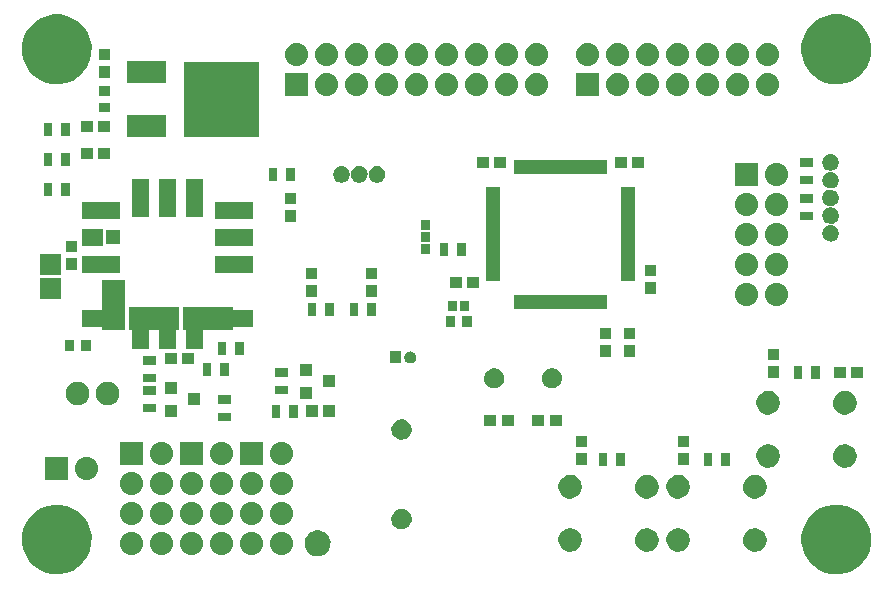
<source format=gts>
G04 #@! TF.FileFunction,Soldermask,Top*
%FSLAX46Y46*%
G04 Gerber Fmt 4.6, Leading zero omitted, Abs format (unit mm)*
G04 Created by KiCad (PCBNEW 4.0.2-4+6225~38~ubuntu14.04.1-stable) date 2016年05月02日 21時32分02秒*
%MOMM*%
G01*
G04 APERTURE LIST*
%ADD10C,0.101600*%
G04 APERTURE END LIST*
D10*
G36*
X51129851Y-88921963D02*
X51696562Y-89038292D01*
X52229880Y-89262478D01*
X52709500Y-89585986D01*
X53117151Y-89996493D01*
X53437303Y-90478359D01*
X53657758Y-91013226D01*
X53770061Y-91580394D01*
X53770061Y-91580404D01*
X53770127Y-91580738D01*
X53760900Y-92241522D01*
X53760824Y-92241856D01*
X53760824Y-92241868D01*
X53632732Y-92805669D01*
X53397423Y-93334180D01*
X53063944Y-93806918D01*
X52644987Y-94205884D01*
X52156527Y-94515870D01*
X51617152Y-94725081D01*
X51047419Y-94825539D01*
X50469020Y-94813424D01*
X49903984Y-94689193D01*
X49373849Y-94457583D01*
X48898794Y-94127410D01*
X48496915Y-93711252D01*
X48183525Y-93224967D01*
X47970555Y-92687067D01*
X47866119Y-92118041D01*
X47874198Y-91539574D01*
X47994478Y-90973694D01*
X48222385Y-90441949D01*
X48549233Y-89964600D01*
X48962575Y-89559825D01*
X49446663Y-89243047D01*
X49983062Y-89026328D01*
X50551337Y-88917924D01*
X51129851Y-88921963D01*
X51129851Y-88921963D01*
G37*
G36*
X117129851Y-88921963D02*
X117696562Y-89038292D01*
X118229880Y-89262478D01*
X118709500Y-89585986D01*
X119117151Y-89996493D01*
X119437303Y-90478359D01*
X119657758Y-91013226D01*
X119770061Y-91580394D01*
X119770061Y-91580404D01*
X119770127Y-91580738D01*
X119760900Y-92241522D01*
X119760824Y-92241856D01*
X119760824Y-92241868D01*
X119632732Y-92805669D01*
X119397423Y-93334180D01*
X119063944Y-93806918D01*
X118644987Y-94205884D01*
X118156527Y-94515870D01*
X117617152Y-94725081D01*
X117047419Y-94825539D01*
X116469020Y-94813424D01*
X115903984Y-94689193D01*
X115373849Y-94457583D01*
X114898794Y-94127410D01*
X114496915Y-93711252D01*
X114183525Y-93224967D01*
X113970555Y-92687067D01*
X113866119Y-92118041D01*
X113874198Y-91539574D01*
X113994478Y-90973694D01*
X114222385Y-90441949D01*
X114549233Y-89964600D01*
X114962575Y-89559825D01*
X115446663Y-89243047D01*
X115983062Y-89026328D01*
X116551337Y-88917924D01*
X117129851Y-88921963D01*
X117129851Y-88921963D01*
G37*
G36*
X73013484Y-91103240D02*
X73224703Y-91146598D01*
X73423474Y-91230153D01*
X73602233Y-91350727D01*
X73754169Y-91503728D01*
X73873492Y-91683323D01*
X73955658Y-91882672D01*
X73997471Y-92093846D01*
X73997471Y-92093855D01*
X73997537Y-92094189D01*
X73994098Y-92340469D01*
X73994022Y-92340803D01*
X73994022Y-92340815D01*
X73946331Y-92550731D01*
X73858629Y-92747713D01*
X73734339Y-92923906D01*
X73578187Y-93072606D01*
X73396136Y-93188139D01*
X73195105Y-93266115D01*
X72982762Y-93303556D01*
X72767188Y-93299041D01*
X72556592Y-93252738D01*
X72359006Y-93166414D01*
X72181950Y-93043357D01*
X72032164Y-92888250D01*
X71915363Y-92707010D01*
X71835987Y-92506529D01*
X71797062Y-92294445D01*
X71800073Y-92078847D01*
X71844902Y-91867940D01*
X71929846Y-91669752D01*
X72051665Y-91491841D01*
X72205722Y-91340976D01*
X72386145Y-91222911D01*
X72586066Y-91142137D01*
X72797865Y-91101735D01*
X73013484Y-91103240D01*
X73013484Y-91103240D01*
G37*
G36*
X64781920Y-91238451D02*
X64788116Y-91238494D01*
X64975006Y-91259457D01*
X65154264Y-91316321D01*
X65319064Y-91406921D01*
X65463128Y-91527804D01*
X65580968Y-91674368D01*
X65668096Y-91841029D01*
X65721194Y-92021439D01*
X65721198Y-92021478D01*
X65721200Y-92021486D01*
X65738241Y-92208725D01*
X65718588Y-92395710D01*
X65718585Y-92395719D01*
X65718581Y-92395759D01*
X65662969Y-92575410D01*
X65573523Y-92740838D01*
X65453648Y-92885742D01*
X65307910Y-93004603D01*
X65141861Y-93092893D01*
X64961826Y-93147248D01*
X64774662Y-93165600D01*
X64765303Y-93165600D01*
X64758080Y-93165549D01*
X64751884Y-93165506D01*
X64564994Y-93144543D01*
X64385736Y-93087679D01*
X64220936Y-92997079D01*
X64076872Y-92876196D01*
X63959032Y-92729632D01*
X63871904Y-92562971D01*
X63818806Y-92382561D01*
X63818802Y-92382522D01*
X63818800Y-92382514D01*
X63801759Y-92195275D01*
X63821412Y-92008290D01*
X63821415Y-92008281D01*
X63821419Y-92008241D01*
X63877031Y-91828590D01*
X63966477Y-91663162D01*
X64086352Y-91518258D01*
X64232090Y-91399397D01*
X64398139Y-91311107D01*
X64578174Y-91256752D01*
X64765338Y-91238400D01*
X64774697Y-91238400D01*
X64781920Y-91238451D01*
X64781920Y-91238451D01*
G37*
G36*
X57161920Y-91238451D02*
X57168116Y-91238494D01*
X57355006Y-91259457D01*
X57534264Y-91316321D01*
X57699064Y-91406921D01*
X57843128Y-91527804D01*
X57960968Y-91674368D01*
X58048096Y-91841029D01*
X58101194Y-92021439D01*
X58101198Y-92021478D01*
X58101200Y-92021486D01*
X58118241Y-92208725D01*
X58098588Y-92395710D01*
X58098585Y-92395719D01*
X58098581Y-92395759D01*
X58042969Y-92575410D01*
X57953523Y-92740838D01*
X57833648Y-92885742D01*
X57687910Y-93004603D01*
X57521861Y-93092893D01*
X57341826Y-93147248D01*
X57154662Y-93165600D01*
X57145303Y-93165600D01*
X57138080Y-93165549D01*
X57131884Y-93165506D01*
X56944994Y-93144543D01*
X56765736Y-93087679D01*
X56600936Y-92997079D01*
X56456872Y-92876196D01*
X56339032Y-92729632D01*
X56251904Y-92562971D01*
X56198806Y-92382561D01*
X56198802Y-92382522D01*
X56198800Y-92382514D01*
X56181759Y-92195275D01*
X56201412Y-92008290D01*
X56201415Y-92008281D01*
X56201419Y-92008241D01*
X56257031Y-91828590D01*
X56346477Y-91663162D01*
X56466352Y-91518258D01*
X56612090Y-91399397D01*
X56778139Y-91311107D01*
X56958174Y-91256752D01*
X57145338Y-91238400D01*
X57154697Y-91238400D01*
X57161920Y-91238451D01*
X57161920Y-91238451D01*
G37*
G36*
X59701920Y-91238451D02*
X59708116Y-91238494D01*
X59895006Y-91259457D01*
X60074264Y-91316321D01*
X60239064Y-91406921D01*
X60383128Y-91527804D01*
X60500968Y-91674368D01*
X60588096Y-91841029D01*
X60641194Y-92021439D01*
X60641198Y-92021478D01*
X60641200Y-92021486D01*
X60658241Y-92208725D01*
X60638588Y-92395710D01*
X60638585Y-92395719D01*
X60638581Y-92395759D01*
X60582969Y-92575410D01*
X60493523Y-92740838D01*
X60373648Y-92885742D01*
X60227910Y-93004603D01*
X60061861Y-93092893D01*
X59881826Y-93147248D01*
X59694662Y-93165600D01*
X59685303Y-93165600D01*
X59678080Y-93165549D01*
X59671884Y-93165506D01*
X59484994Y-93144543D01*
X59305736Y-93087679D01*
X59140936Y-92997079D01*
X58996872Y-92876196D01*
X58879032Y-92729632D01*
X58791904Y-92562971D01*
X58738806Y-92382561D01*
X58738802Y-92382522D01*
X58738800Y-92382514D01*
X58721759Y-92195275D01*
X58741412Y-92008290D01*
X58741415Y-92008281D01*
X58741419Y-92008241D01*
X58797031Y-91828590D01*
X58886477Y-91663162D01*
X59006352Y-91518258D01*
X59152090Y-91399397D01*
X59318139Y-91311107D01*
X59498174Y-91256752D01*
X59685338Y-91238400D01*
X59694697Y-91238400D01*
X59701920Y-91238451D01*
X59701920Y-91238451D01*
G37*
G36*
X69861920Y-91238451D02*
X69868116Y-91238494D01*
X70055006Y-91259457D01*
X70234264Y-91316321D01*
X70399064Y-91406921D01*
X70543128Y-91527804D01*
X70660968Y-91674368D01*
X70748096Y-91841029D01*
X70801194Y-92021439D01*
X70801198Y-92021478D01*
X70801200Y-92021486D01*
X70818241Y-92208725D01*
X70798588Y-92395710D01*
X70798585Y-92395719D01*
X70798581Y-92395759D01*
X70742969Y-92575410D01*
X70653523Y-92740838D01*
X70533648Y-92885742D01*
X70387910Y-93004603D01*
X70221861Y-93092893D01*
X70041826Y-93147248D01*
X69854662Y-93165600D01*
X69845303Y-93165600D01*
X69838080Y-93165549D01*
X69831884Y-93165506D01*
X69644994Y-93144543D01*
X69465736Y-93087679D01*
X69300936Y-92997079D01*
X69156872Y-92876196D01*
X69039032Y-92729632D01*
X68951904Y-92562971D01*
X68898806Y-92382561D01*
X68898802Y-92382522D01*
X68898800Y-92382514D01*
X68881759Y-92195275D01*
X68901412Y-92008290D01*
X68901415Y-92008281D01*
X68901419Y-92008241D01*
X68957031Y-91828590D01*
X69046477Y-91663162D01*
X69166352Y-91518258D01*
X69312090Y-91399397D01*
X69478139Y-91311107D01*
X69658174Y-91256752D01*
X69845338Y-91238400D01*
X69854697Y-91238400D01*
X69861920Y-91238451D01*
X69861920Y-91238451D01*
G37*
G36*
X62241920Y-91238451D02*
X62248116Y-91238494D01*
X62435006Y-91259457D01*
X62614264Y-91316321D01*
X62779064Y-91406921D01*
X62923128Y-91527804D01*
X63040968Y-91674368D01*
X63128096Y-91841029D01*
X63181194Y-92021439D01*
X63181198Y-92021478D01*
X63181200Y-92021486D01*
X63198241Y-92208725D01*
X63178588Y-92395710D01*
X63178585Y-92395719D01*
X63178581Y-92395759D01*
X63122969Y-92575410D01*
X63033523Y-92740838D01*
X62913648Y-92885742D01*
X62767910Y-93004603D01*
X62601861Y-93092893D01*
X62421826Y-93147248D01*
X62234662Y-93165600D01*
X62225303Y-93165600D01*
X62218080Y-93165549D01*
X62211884Y-93165506D01*
X62024994Y-93144543D01*
X61845736Y-93087679D01*
X61680936Y-92997079D01*
X61536872Y-92876196D01*
X61419032Y-92729632D01*
X61331904Y-92562971D01*
X61278806Y-92382561D01*
X61278802Y-92382522D01*
X61278800Y-92382514D01*
X61261759Y-92195275D01*
X61281412Y-92008290D01*
X61281415Y-92008281D01*
X61281419Y-92008241D01*
X61337031Y-91828590D01*
X61426477Y-91663162D01*
X61546352Y-91518258D01*
X61692090Y-91399397D01*
X61858139Y-91311107D01*
X62038174Y-91256752D01*
X62225338Y-91238400D01*
X62234697Y-91238400D01*
X62241920Y-91238451D01*
X62241920Y-91238451D01*
G37*
G36*
X67321920Y-91238451D02*
X67328116Y-91238494D01*
X67515006Y-91259457D01*
X67694264Y-91316321D01*
X67859064Y-91406921D01*
X68003128Y-91527804D01*
X68120968Y-91674368D01*
X68208096Y-91841029D01*
X68261194Y-92021439D01*
X68261198Y-92021478D01*
X68261200Y-92021486D01*
X68278241Y-92208725D01*
X68258588Y-92395710D01*
X68258585Y-92395719D01*
X68258581Y-92395759D01*
X68202969Y-92575410D01*
X68113523Y-92740838D01*
X67993648Y-92885742D01*
X67847910Y-93004603D01*
X67681861Y-93092893D01*
X67501826Y-93147248D01*
X67314662Y-93165600D01*
X67305303Y-93165600D01*
X67298080Y-93165549D01*
X67291884Y-93165506D01*
X67104994Y-93144543D01*
X66925736Y-93087679D01*
X66760936Y-92997079D01*
X66616872Y-92876196D01*
X66499032Y-92729632D01*
X66411904Y-92562971D01*
X66358806Y-92382561D01*
X66358802Y-92382522D01*
X66358800Y-92382514D01*
X66341759Y-92195275D01*
X66361412Y-92008290D01*
X66361415Y-92008281D01*
X66361419Y-92008241D01*
X66417031Y-91828590D01*
X66506477Y-91663162D01*
X66626352Y-91518258D01*
X66772090Y-91399397D01*
X66938139Y-91311107D01*
X67118174Y-91256752D01*
X67305338Y-91238400D01*
X67314697Y-91238400D01*
X67321920Y-91238451D01*
X67321920Y-91238451D01*
G37*
G36*
X110035034Y-90912664D02*
X110227141Y-90952098D01*
X110407925Y-91028093D01*
X110570509Y-91137756D01*
X110708697Y-91276913D01*
X110817223Y-91440256D01*
X110891954Y-91621567D01*
X110929978Y-91813601D01*
X110929978Y-91813616D01*
X110930043Y-91813945D01*
X110926916Y-92037940D01*
X110926839Y-92038278D01*
X110926839Y-92038286D01*
X110883471Y-92229175D01*
X110803705Y-92408333D01*
X110690661Y-92568583D01*
X110548639Y-92703828D01*
X110383061Y-92808906D01*
X110200221Y-92879827D01*
X110007093Y-92913879D01*
X109811025Y-92909773D01*
X109619485Y-92867660D01*
X109439779Y-92789147D01*
X109278742Y-92677225D01*
X109142511Y-92536153D01*
X109036279Y-92371313D01*
X108964085Y-92188974D01*
X108928682Y-91996080D01*
X108931421Y-91799990D01*
X108972194Y-91608168D01*
X109049451Y-91427914D01*
X109160247Y-91266101D01*
X109300364Y-91128887D01*
X109464461Y-91021505D01*
X109646292Y-90948041D01*
X109838925Y-90911294D01*
X110035034Y-90912664D01*
X110035034Y-90912664D01*
G37*
G36*
X103535034Y-90912664D02*
X103727141Y-90952098D01*
X103907925Y-91028093D01*
X104070509Y-91137756D01*
X104208697Y-91276913D01*
X104317223Y-91440256D01*
X104391954Y-91621567D01*
X104429978Y-91813601D01*
X104429978Y-91813616D01*
X104430043Y-91813945D01*
X104426916Y-92037940D01*
X104426839Y-92038278D01*
X104426839Y-92038286D01*
X104383471Y-92229175D01*
X104303705Y-92408333D01*
X104190661Y-92568583D01*
X104048639Y-92703828D01*
X103883061Y-92808906D01*
X103700221Y-92879827D01*
X103507093Y-92913879D01*
X103311025Y-92909773D01*
X103119485Y-92867660D01*
X102939779Y-92789147D01*
X102778742Y-92677225D01*
X102642511Y-92536153D01*
X102536279Y-92371313D01*
X102464085Y-92188974D01*
X102428682Y-91996080D01*
X102431421Y-91799990D01*
X102472194Y-91608168D01*
X102549451Y-91427914D01*
X102660247Y-91266101D01*
X102800364Y-91128887D01*
X102964461Y-91021505D01*
X103146292Y-90948041D01*
X103338925Y-90911294D01*
X103535034Y-90912664D01*
X103535034Y-90912664D01*
G37*
G36*
X100891034Y-90912664D02*
X101083141Y-90952098D01*
X101263925Y-91028093D01*
X101426509Y-91137756D01*
X101564697Y-91276913D01*
X101673223Y-91440256D01*
X101747954Y-91621567D01*
X101785978Y-91813601D01*
X101785978Y-91813616D01*
X101786043Y-91813945D01*
X101782916Y-92037940D01*
X101782839Y-92038278D01*
X101782839Y-92038286D01*
X101739471Y-92229175D01*
X101659705Y-92408333D01*
X101546661Y-92568583D01*
X101404639Y-92703828D01*
X101239061Y-92808906D01*
X101056221Y-92879827D01*
X100863093Y-92913879D01*
X100667025Y-92909773D01*
X100475485Y-92867660D01*
X100295779Y-92789147D01*
X100134742Y-92677225D01*
X99998511Y-92536153D01*
X99892279Y-92371313D01*
X99820085Y-92188974D01*
X99784682Y-91996080D01*
X99787421Y-91799990D01*
X99828194Y-91608168D01*
X99905451Y-91427914D01*
X100016247Y-91266101D01*
X100156364Y-91128887D01*
X100320461Y-91021505D01*
X100502292Y-90948041D01*
X100694925Y-90911294D01*
X100891034Y-90912664D01*
X100891034Y-90912664D01*
G37*
G36*
X94391034Y-90912664D02*
X94583141Y-90952098D01*
X94763925Y-91028093D01*
X94926509Y-91137756D01*
X95064697Y-91276913D01*
X95173223Y-91440256D01*
X95247954Y-91621567D01*
X95285978Y-91813601D01*
X95285978Y-91813616D01*
X95286043Y-91813945D01*
X95282916Y-92037940D01*
X95282839Y-92038278D01*
X95282839Y-92038286D01*
X95239471Y-92229175D01*
X95159705Y-92408333D01*
X95046661Y-92568583D01*
X94904639Y-92703828D01*
X94739061Y-92808906D01*
X94556221Y-92879827D01*
X94363093Y-92913879D01*
X94167025Y-92909773D01*
X93975485Y-92867660D01*
X93795779Y-92789147D01*
X93634742Y-92677225D01*
X93498511Y-92536153D01*
X93392279Y-92371313D01*
X93320085Y-92188974D01*
X93284682Y-91996080D01*
X93287421Y-91799990D01*
X93328194Y-91608168D01*
X93405451Y-91427914D01*
X93516247Y-91266101D01*
X93656364Y-91128887D01*
X93820461Y-91021505D01*
X94002292Y-90948041D01*
X94194925Y-90911294D01*
X94391034Y-90912664D01*
X94391034Y-90912664D01*
G37*
G36*
X80100539Y-89298572D02*
X80266136Y-89332564D01*
X80421971Y-89398072D01*
X80562119Y-89492602D01*
X80681237Y-89612555D01*
X80774788Y-89753359D01*
X80839203Y-89909645D01*
X80871971Y-90075133D01*
X80871971Y-90075143D01*
X80872037Y-90075477D01*
X80869341Y-90268560D01*
X80869265Y-90268894D01*
X80869265Y-90268905D01*
X80831891Y-90433406D01*
X80763133Y-90587839D01*
X80665690Y-90725974D01*
X80543266Y-90842556D01*
X80400539Y-90933134D01*
X80242931Y-90994267D01*
X80076454Y-91023620D01*
X79907444Y-91020081D01*
X79742336Y-90983779D01*
X79587431Y-90916103D01*
X79448613Y-90819622D01*
X79331184Y-90698020D01*
X79239612Y-90555928D01*
X79177381Y-90398752D01*
X79146864Y-90232476D01*
X79149225Y-90063447D01*
X79184371Y-89898097D01*
X79250967Y-89742718D01*
X79346473Y-89603235D01*
X79467254Y-89484957D01*
X79608705Y-89392394D01*
X79765444Y-89329067D01*
X79931493Y-89297392D01*
X80100539Y-89298572D01*
X80100539Y-89298572D01*
G37*
G36*
X57161920Y-88698451D02*
X57168116Y-88698494D01*
X57355006Y-88719457D01*
X57534264Y-88776321D01*
X57699064Y-88866921D01*
X57843128Y-88987804D01*
X57960968Y-89134368D01*
X58048096Y-89301029D01*
X58101194Y-89481439D01*
X58101198Y-89481478D01*
X58101200Y-89481486D01*
X58118241Y-89668725D01*
X58098588Y-89855710D01*
X58098585Y-89855719D01*
X58098581Y-89855759D01*
X58042969Y-90035410D01*
X57953523Y-90200838D01*
X57833648Y-90345742D01*
X57687910Y-90464603D01*
X57521861Y-90552893D01*
X57341826Y-90607248D01*
X57154662Y-90625600D01*
X57145303Y-90625600D01*
X57138080Y-90625549D01*
X57131884Y-90625506D01*
X56944994Y-90604543D01*
X56765736Y-90547679D01*
X56600936Y-90457079D01*
X56456872Y-90336196D01*
X56339032Y-90189632D01*
X56251904Y-90022971D01*
X56198806Y-89842561D01*
X56198802Y-89842522D01*
X56198800Y-89842514D01*
X56181759Y-89655275D01*
X56201412Y-89468290D01*
X56201415Y-89468281D01*
X56201419Y-89468241D01*
X56257031Y-89288590D01*
X56346477Y-89123162D01*
X56466352Y-88978258D01*
X56612090Y-88859397D01*
X56778139Y-88771107D01*
X56958174Y-88716752D01*
X57145338Y-88698400D01*
X57154697Y-88698400D01*
X57161920Y-88698451D01*
X57161920Y-88698451D01*
G37*
G36*
X59701920Y-88698451D02*
X59708116Y-88698494D01*
X59895006Y-88719457D01*
X60074264Y-88776321D01*
X60239064Y-88866921D01*
X60383128Y-88987804D01*
X60500968Y-89134368D01*
X60588096Y-89301029D01*
X60641194Y-89481439D01*
X60641198Y-89481478D01*
X60641200Y-89481486D01*
X60658241Y-89668725D01*
X60638588Y-89855710D01*
X60638585Y-89855719D01*
X60638581Y-89855759D01*
X60582969Y-90035410D01*
X60493523Y-90200838D01*
X60373648Y-90345742D01*
X60227910Y-90464603D01*
X60061861Y-90552893D01*
X59881826Y-90607248D01*
X59694662Y-90625600D01*
X59685303Y-90625600D01*
X59678080Y-90625549D01*
X59671884Y-90625506D01*
X59484994Y-90604543D01*
X59305736Y-90547679D01*
X59140936Y-90457079D01*
X58996872Y-90336196D01*
X58879032Y-90189632D01*
X58791904Y-90022971D01*
X58738806Y-89842561D01*
X58738802Y-89842522D01*
X58738800Y-89842514D01*
X58721759Y-89655275D01*
X58741412Y-89468290D01*
X58741415Y-89468281D01*
X58741419Y-89468241D01*
X58797031Y-89288590D01*
X58886477Y-89123162D01*
X59006352Y-88978258D01*
X59152090Y-88859397D01*
X59318139Y-88771107D01*
X59498174Y-88716752D01*
X59685338Y-88698400D01*
X59694697Y-88698400D01*
X59701920Y-88698451D01*
X59701920Y-88698451D01*
G37*
G36*
X62241920Y-88698451D02*
X62248116Y-88698494D01*
X62435006Y-88719457D01*
X62614264Y-88776321D01*
X62779064Y-88866921D01*
X62923128Y-88987804D01*
X63040968Y-89134368D01*
X63128096Y-89301029D01*
X63181194Y-89481439D01*
X63181198Y-89481478D01*
X63181200Y-89481486D01*
X63198241Y-89668725D01*
X63178588Y-89855710D01*
X63178585Y-89855719D01*
X63178581Y-89855759D01*
X63122969Y-90035410D01*
X63033523Y-90200838D01*
X62913648Y-90345742D01*
X62767910Y-90464603D01*
X62601861Y-90552893D01*
X62421826Y-90607248D01*
X62234662Y-90625600D01*
X62225303Y-90625600D01*
X62218080Y-90625549D01*
X62211884Y-90625506D01*
X62024994Y-90604543D01*
X61845736Y-90547679D01*
X61680936Y-90457079D01*
X61536872Y-90336196D01*
X61419032Y-90189632D01*
X61331904Y-90022971D01*
X61278806Y-89842561D01*
X61278802Y-89842522D01*
X61278800Y-89842514D01*
X61261759Y-89655275D01*
X61281412Y-89468290D01*
X61281415Y-89468281D01*
X61281419Y-89468241D01*
X61337031Y-89288590D01*
X61426477Y-89123162D01*
X61546352Y-88978258D01*
X61692090Y-88859397D01*
X61858139Y-88771107D01*
X62038174Y-88716752D01*
X62225338Y-88698400D01*
X62234697Y-88698400D01*
X62241920Y-88698451D01*
X62241920Y-88698451D01*
G37*
G36*
X64781920Y-88698451D02*
X64788116Y-88698494D01*
X64975006Y-88719457D01*
X65154264Y-88776321D01*
X65319064Y-88866921D01*
X65463128Y-88987804D01*
X65580968Y-89134368D01*
X65668096Y-89301029D01*
X65721194Y-89481439D01*
X65721198Y-89481478D01*
X65721200Y-89481486D01*
X65738241Y-89668725D01*
X65718588Y-89855710D01*
X65718585Y-89855719D01*
X65718581Y-89855759D01*
X65662969Y-90035410D01*
X65573523Y-90200838D01*
X65453648Y-90345742D01*
X65307910Y-90464603D01*
X65141861Y-90552893D01*
X64961826Y-90607248D01*
X64774662Y-90625600D01*
X64765303Y-90625600D01*
X64758080Y-90625549D01*
X64751884Y-90625506D01*
X64564994Y-90604543D01*
X64385736Y-90547679D01*
X64220936Y-90457079D01*
X64076872Y-90336196D01*
X63959032Y-90189632D01*
X63871904Y-90022971D01*
X63818806Y-89842561D01*
X63818802Y-89842522D01*
X63818800Y-89842514D01*
X63801759Y-89655275D01*
X63821412Y-89468290D01*
X63821415Y-89468281D01*
X63821419Y-89468241D01*
X63877031Y-89288590D01*
X63966477Y-89123162D01*
X64086352Y-88978258D01*
X64232090Y-88859397D01*
X64398139Y-88771107D01*
X64578174Y-88716752D01*
X64765338Y-88698400D01*
X64774697Y-88698400D01*
X64781920Y-88698451D01*
X64781920Y-88698451D01*
G37*
G36*
X67321920Y-88698451D02*
X67328116Y-88698494D01*
X67515006Y-88719457D01*
X67694264Y-88776321D01*
X67859064Y-88866921D01*
X68003128Y-88987804D01*
X68120968Y-89134368D01*
X68208096Y-89301029D01*
X68261194Y-89481439D01*
X68261198Y-89481478D01*
X68261200Y-89481486D01*
X68278241Y-89668725D01*
X68258588Y-89855710D01*
X68258585Y-89855719D01*
X68258581Y-89855759D01*
X68202969Y-90035410D01*
X68113523Y-90200838D01*
X67993648Y-90345742D01*
X67847910Y-90464603D01*
X67681861Y-90552893D01*
X67501826Y-90607248D01*
X67314662Y-90625600D01*
X67305303Y-90625600D01*
X67298080Y-90625549D01*
X67291884Y-90625506D01*
X67104994Y-90604543D01*
X66925736Y-90547679D01*
X66760936Y-90457079D01*
X66616872Y-90336196D01*
X66499032Y-90189632D01*
X66411904Y-90022971D01*
X66358806Y-89842561D01*
X66358802Y-89842522D01*
X66358800Y-89842514D01*
X66341759Y-89655275D01*
X66361412Y-89468290D01*
X66361415Y-89468281D01*
X66361419Y-89468241D01*
X66417031Y-89288590D01*
X66506477Y-89123162D01*
X66626352Y-88978258D01*
X66772090Y-88859397D01*
X66938139Y-88771107D01*
X67118174Y-88716752D01*
X67305338Y-88698400D01*
X67314697Y-88698400D01*
X67321920Y-88698451D01*
X67321920Y-88698451D01*
G37*
G36*
X69861920Y-88698451D02*
X69868116Y-88698494D01*
X70055006Y-88719457D01*
X70234264Y-88776321D01*
X70399064Y-88866921D01*
X70543128Y-88987804D01*
X70660968Y-89134368D01*
X70748096Y-89301029D01*
X70801194Y-89481439D01*
X70801198Y-89481478D01*
X70801200Y-89481486D01*
X70818241Y-89668725D01*
X70798588Y-89855710D01*
X70798585Y-89855719D01*
X70798581Y-89855759D01*
X70742969Y-90035410D01*
X70653523Y-90200838D01*
X70533648Y-90345742D01*
X70387910Y-90464603D01*
X70221861Y-90552893D01*
X70041826Y-90607248D01*
X69854662Y-90625600D01*
X69845303Y-90625600D01*
X69838080Y-90625549D01*
X69831884Y-90625506D01*
X69644994Y-90604543D01*
X69465736Y-90547679D01*
X69300936Y-90457079D01*
X69156872Y-90336196D01*
X69039032Y-90189632D01*
X68951904Y-90022971D01*
X68898806Y-89842561D01*
X68898802Y-89842522D01*
X68898800Y-89842514D01*
X68881759Y-89655275D01*
X68901412Y-89468290D01*
X68901415Y-89468281D01*
X68901419Y-89468241D01*
X68957031Y-89288590D01*
X69046477Y-89123162D01*
X69166352Y-88978258D01*
X69312090Y-88859397D01*
X69478139Y-88771107D01*
X69658174Y-88716752D01*
X69845338Y-88698400D01*
X69854697Y-88698400D01*
X69861920Y-88698451D01*
X69861920Y-88698451D01*
G37*
G36*
X110035034Y-86412664D02*
X110227141Y-86452098D01*
X110407925Y-86528093D01*
X110570509Y-86637756D01*
X110708697Y-86776913D01*
X110817223Y-86940256D01*
X110891954Y-87121567D01*
X110929978Y-87313601D01*
X110929978Y-87313616D01*
X110930043Y-87313945D01*
X110926916Y-87537940D01*
X110926839Y-87538278D01*
X110926839Y-87538286D01*
X110883471Y-87729175D01*
X110803705Y-87908333D01*
X110690661Y-88068583D01*
X110548639Y-88203828D01*
X110383061Y-88308906D01*
X110200221Y-88379827D01*
X110007093Y-88413879D01*
X109811025Y-88409773D01*
X109619485Y-88367660D01*
X109439779Y-88289147D01*
X109278742Y-88177225D01*
X109142511Y-88036153D01*
X109036279Y-87871313D01*
X108964085Y-87688974D01*
X108928682Y-87496080D01*
X108931421Y-87299990D01*
X108972194Y-87108168D01*
X109049451Y-86927914D01*
X109160247Y-86766101D01*
X109300364Y-86628887D01*
X109464461Y-86521505D01*
X109646292Y-86448041D01*
X109838925Y-86411294D01*
X110035034Y-86412664D01*
X110035034Y-86412664D01*
G37*
G36*
X103535034Y-86412664D02*
X103727141Y-86452098D01*
X103907925Y-86528093D01*
X104070509Y-86637756D01*
X104208697Y-86776913D01*
X104317223Y-86940256D01*
X104391954Y-87121567D01*
X104429978Y-87313601D01*
X104429978Y-87313616D01*
X104430043Y-87313945D01*
X104426916Y-87537940D01*
X104426839Y-87538278D01*
X104426839Y-87538286D01*
X104383471Y-87729175D01*
X104303705Y-87908333D01*
X104190661Y-88068583D01*
X104048639Y-88203828D01*
X103883061Y-88308906D01*
X103700221Y-88379827D01*
X103507093Y-88413879D01*
X103311025Y-88409773D01*
X103119485Y-88367660D01*
X102939779Y-88289147D01*
X102778742Y-88177225D01*
X102642511Y-88036153D01*
X102536279Y-87871313D01*
X102464085Y-87688974D01*
X102428682Y-87496080D01*
X102431421Y-87299990D01*
X102472194Y-87108168D01*
X102549451Y-86927914D01*
X102660247Y-86766101D01*
X102800364Y-86628887D01*
X102964461Y-86521505D01*
X103146292Y-86448041D01*
X103338925Y-86411294D01*
X103535034Y-86412664D01*
X103535034Y-86412664D01*
G37*
G36*
X100891034Y-86412664D02*
X101083141Y-86452098D01*
X101263925Y-86528093D01*
X101426509Y-86637756D01*
X101564697Y-86776913D01*
X101673223Y-86940256D01*
X101747954Y-87121567D01*
X101785978Y-87313601D01*
X101785978Y-87313616D01*
X101786043Y-87313945D01*
X101782916Y-87537940D01*
X101782839Y-87538278D01*
X101782839Y-87538286D01*
X101739471Y-87729175D01*
X101659705Y-87908333D01*
X101546661Y-88068583D01*
X101404639Y-88203828D01*
X101239061Y-88308906D01*
X101056221Y-88379827D01*
X100863093Y-88413879D01*
X100667025Y-88409773D01*
X100475485Y-88367660D01*
X100295779Y-88289147D01*
X100134742Y-88177225D01*
X99998511Y-88036153D01*
X99892279Y-87871313D01*
X99820085Y-87688974D01*
X99784682Y-87496080D01*
X99787421Y-87299990D01*
X99828194Y-87108168D01*
X99905451Y-86927914D01*
X100016247Y-86766101D01*
X100156364Y-86628887D01*
X100320461Y-86521505D01*
X100502292Y-86448041D01*
X100694925Y-86411294D01*
X100891034Y-86412664D01*
X100891034Y-86412664D01*
G37*
G36*
X94391034Y-86412664D02*
X94583141Y-86452098D01*
X94763925Y-86528093D01*
X94926509Y-86637756D01*
X95064697Y-86776913D01*
X95173223Y-86940256D01*
X95247954Y-87121567D01*
X95285978Y-87313601D01*
X95285978Y-87313616D01*
X95286043Y-87313945D01*
X95282916Y-87537940D01*
X95282839Y-87538278D01*
X95282839Y-87538286D01*
X95239471Y-87729175D01*
X95159705Y-87908333D01*
X95046661Y-88068583D01*
X94904639Y-88203828D01*
X94739061Y-88308906D01*
X94556221Y-88379827D01*
X94363093Y-88413879D01*
X94167025Y-88409773D01*
X93975485Y-88367660D01*
X93795779Y-88289147D01*
X93634742Y-88177225D01*
X93498511Y-88036153D01*
X93392279Y-87871313D01*
X93320085Y-87688974D01*
X93284682Y-87496080D01*
X93287421Y-87299990D01*
X93328194Y-87108168D01*
X93405451Y-86927914D01*
X93516247Y-86766101D01*
X93656364Y-86628887D01*
X93820461Y-86521505D01*
X94002292Y-86448041D01*
X94194925Y-86411294D01*
X94391034Y-86412664D01*
X94391034Y-86412664D01*
G37*
G36*
X69861920Y-86158451D02*
X69868116Y-86158494D01*
X70055006Y-86179457D01*
X70234264Y-86236321D01*
X70399064Y-86326921D01*
X70543128Y-86447804D01*
X70660968Y-86594368D01*
X70748096Y-86761029D01*
X70801194Y-86941439D01*
X70801198Y-86941478D01*
X70801200Y-86941486D01*
X70818241Y-87128725D01*
X70798588Y-87315710D01*
X70798585Y-87315719D01*
X70798581Y-87315759D01*
X70742969Y-87495410D01*
X70653523Y-87660838D01*
X70533648Y-87805742D01*
X70387910Y-87924603D01*
X70221861Y-88012893D01*
X70041826Y-88067248D01*
X69854662Y-88085600D01*
X69845303Y-88085600D01*
X69838080Y-88085549D01*
X69831884Y-88085506D01*
X69644994Y-88064543D01*
X69465736Y-88007679D01*
X69300936Y-87917079D01*
X69156872Y-87796196D01*
X69039032Y-87649632D01*
X68951904Y-87482971D01*
X68898806Y-87302561D01*
X68898802Y-87302522D01*
X68898800Y-87302514D01*
X68881759Y-87115275D01*
X68901412Y-86928290D01*
X68901415Y-86928281D01*
X68901419Y-86928241D01*
X68957031Y-86748590D01*
X69046477Y-86583162D01*
X69166352Y-86438258D01*
X69312090Y-86319397D01*
X69478139Y-86231107D01*
X69658174Y-86176752D01*
X69845338Y-86158400D01*
X69854697Y-86158400D01*
X69861920Y-86158451D01*
X69861920Y-86158451D01*
G37*
G36*
X67321920Y-86158451D02*
X67328116Y-86158494D01*
X67515006Y-86179457D01*
X67694264Y-86236321D01*
X67859064Y-86326921D01*
X68003128Y-86447804D01*
X68120968Y-86594368D01*
X68208096Y-86761029D01*
X68261194Y-86941439D01*
X68261198Y-86941478D01*
X68261200Y-86941486D01*
X68278241Y-87128725D01*
X68258588Y-87315710D01*
X68258585Y-87315719D01*
X68258581Y-87315759D01*
X68202969Y-87495410D01*
X68113523Y-87660838D01*
X67993648Y-87805742D01*
X67847910Y-87924603D01*
X67681861Y-88012893D01*
X67501826Y-88067248D01*
X67314662Y-88085600D01*
X67305303Y-88085600D01*
X67298080Y-88085549D01*
X67291884Y-88085506D01*
X67104994Y-88064543D01*
X66925736Y-88007679D01*
X66760936Y-87917079D01*
X66616872Y-87796196D01*
X66499032Y-87649632D01*
X66411904Y-87482971D01*
X66358806Y-87302561D01*
X66358802Y-87302522D01*
X66358800Y-87302514D01*
X66341759Y-87115275D01*
X66361412Y-86928290D01*
X66361415Y-86928281D01*
X66361419Y-86928241D01*
X66417031Y-86748590D01*
X66506477Y-86583162D01*
X66626352Y-86438258D01*
X66772090Y-86319397D01*
X66938139Y-86231107D01*
X67118174Y-86176752D01*
X67305338Y-86158400D01*
X67314697Y-86158400D01*
X67321920Y-86158451D01*
X67321920Y-86158451D01*
G37*
G36*
X64781920Y-86158451D02*
X64788116Y-86158494D01*
X64975006Y-86179457D01*
X65154264Y-86236321D01*
X65319064Y-86326921D01*
X65463128Y-86447804D01*
X65580968Y-86594368D01*
X65668096Y-86761029D01*
X65721194Y-86941439D01*
X65721198Y-86941478D01*
X65721200Y-86941486D01*
X65738241Y-87128725D01*
X65718588Y-87315710D01*
X65718585Y-87315719D01*
X65718581Y-87315759D01*
X65662969Y-87495410D01*
X65573523Y-87660838D01*
X65453648Y-87805742D01*
X65307910Y-87924603D01*
X65141861Y-88012893D01*
X64961826Y-88067248D01*
X64774662Y-88085600D01*
X64765303Y-88085600D01*
X64758080Y-88085549D01*
X64751884Y-88085506D01*
X64564994Y-88064543D01*
X64385736Y-88007679D01*
X64220936Y-87917079D01*
X64076872Y-87796196D01*
X63959032Y-87649632D01*
X63871904Y-87482971D01*
X63818806Y-87302561D01*
X63818802Y-87302522D01*
X63818800Y-87302514D01*
X63801759Y-87115275D01*
X63821412Y-86928290D01*
X63821415Y-86928281D01*
X63821419Y-86928241D01*
X63877031Y-86748590D01*
X63966477Y-86583162D01*
X64086352Y-86438258D01*
X64232090Y-86319397D01*
X64398139Y-86231107D01*
X64578174Y-86176752D01*
X64765338Y-86158400D01*
X64774697Y-86158400D01*
X64781920Y-86158451D01*
X64781920Y-86158451D01*
G37*
G36*
X62241920Y-86158451D02*
X62248116Y-86158494D01*
X62435006Y-86179457D01*
X62614264Y-86236321D01*
X62779064Y-86326921D01*
X62923128Y-86447804D01*
X63040968Y-86594368D01*
X63128096Y-86761029D01*
X63181194Y-86941439D01*
X63181198Y-86941478D01*
X63181200Y-86941486D01*
X63198241Y-87128725D01*
X63178588Y-87315710D01*
X63178585Y-87315719D01*
X63178581Y-87315759D01*
X63122969Y-87495410D01*
X63033523Y-87660838D01*
X62913648Y-87805742D01*
X62767910Y-87924603D01*
X62601861Y-88012893D01*
X62421826Y-88067248D01*
X62234662Y-88085600D01*
X62225303Y-88085600D01*
X62218080Y-88085549D01*
X62211884Y-88085506D01*
X62024994Y-88064543D01*
X61845736Y-88007679D01*
X61680936Y-87917079D01*
X61536872Y-87796196D01*
X61419032Y-87649632D01*
X61331904Y-87482971D01*
X61278806Y-87302561D01*
X61278802Y-87302522D01*
X61278800Y-87302514D01*
X61261759Y-87115275D01*
X61281412Y-86928290D01*
X61281415Y-86928281D01*
X61281419Y-86928241D01*
X61337031Y-86748590D01*
X61426477Y-86583162D01*
X61546352Y-86438258D01*
X61692090Y-86319397D01*
X61858139Y-86231107D01*
X62038174Y-86176752D01*
X62225338Y-86158400D01*
X62234697Y-86158400D01*
X62241920Y-86158451D01*
X62241920Y-86158451D01*
G37*
G36*
X57161920Y-86158451D02*
X57168116Y-86158494D01*
X57355006Y-86179457D01*
X57534264Y-86236321D01*
X57699064Y-86326921D01*
X57843128Y-86447804D01*
X57960968Y-86594368D01*
X58048096Y-86761029D01*
X58101194Y-86941439D01*
X58101198Y-86941478D01*
X58101200Y-86941486D01*
X58118241Y-87128725D01*
X58098588Y-87315710D01*
X58098585Y-87315719D01*
X58098581Y-87315759D01*
X58042969Y-87495410D01*
X57953523Y-87660838D01*
X57833648Y-87805742D01*
X57687910Y-87924603D01*
X57521861Y-88012893D01*
X57341826Y-88067248D01*
X57154662Y-88085600D01*
X57145303Y-88085600D01*
X57138080Y-88085549D01*
X57131884Y-88085506D01*
X56944994Y-88064543D01*
X56765736Y-88007679D01*
X56600936Y-87917079D01*
X56456872Y-87796196D01*
X56339032Y-87649632D01*
X56251904Y-87482971D01*
X56198806Y-87302561D01*
X56198802Y-87302522D01*
X56198800Y-87302514D01*
X56181759Y-87115275D01*
X56201412Y-86928290D01*
X56201415Y-86928281D01*
X56201419Y-86928241D01*
X56257031Y-86748590D01*
X56346477Y-86583162D01*
X56466352Y-86438258D01*
X56612090Y-86319397D01*
X56778139Y-86231107D01*
X56958174Y-86176752D01*
X57145338Y-86158400D01*
X57154697Y-86158400D01*
X57161920Y-86158451D01*
X57161920Y-86158451D01*
G37*
G36*
X59701920Y-86158451D02*
X59708116Y-86158494D01*
X59895006Y-86179457D01*
X60074264Y-86236321D01*
X60239064Y-86326921D01*
X60383128Y-86447804D01*
X60500968Y-86594368D01*
X60588096Y-86761029D01*
X60641194Y-86941439D01*
X60641198Y-86941478D01*
X60641200Y-86941486D01*
X60658241Y-87128725D01*
X60638588Y-87315710D01*
X60638585Y-87315719D01*
X60638581Y-87315759D01*
X60582969Y-87495410D01*
X60493523Y-87660838D01*
X60373648Y-87805742D01*
X60227910Y-87924603D01*
X60061861Y-88012893D01*
X59881826Y-88067248D01*
X59694662Y-88085600D01*
X59685303Y-88085600D01*
X59678080Y-88085549D01*
X59671884Y-88085506D01*
X59484994Y-88064543D01*
X59305736Y-88007679D01*
X59140936Y-87917079D01*
X58996872Y-87796196D01*
X58879032Y-87649632D01*
X58791904Y-87482971D01*
X58738806Y-87302561D01*
X58738802Y-87302522D01*
X58738800Y-87302514D01*
X58721759Y-87115275D01*
X58741412Y-86928290D01*
X58741415Y-86928281D01*
X58741419Y-86928241D01*
X58797031Y-86748590D01*
X58886477Y-86583162D01*
X59006352Y-86438258D01*
X59152090Y-86319397D01*
X59318139Y-86231107D01*
X59498174Y-86176752D01*
X59685338Y-86158400D01*
X59694697Y-86158400D01*
X59701920Y-86158451D01*
X59701920Y-86158451D01*
G37*
G36*
X53351920Y-84888451D02*
X53358116Y-84888494D01*
X53545006Y-84909457D01*
X53724264Y-84966321D01*
X53889064Y-85056921D01*
X54033128Y-85177804D01*
X54150968Y-85324368D01*
X54238096Y-85491029D01*
X54291194Y-85671439D01*
X54291198Y-85671478D01*
X54291200Y-85671486D01*
X54308241Y-85858725D01*
X54288588Y-86045710D01*
X54288585Y-86045719D01*
X54288581Y-86045759D01*
X54232969Y-86225410D01*
X54143523Y-86390838D01*
X54023648Y-86535742D01*
X53877910Y-86654603D01*
X53711861Y-86742893D01*
X53531826Y-86797248D01*
X53344662Y-86815600D01*
X53335303Y-86815600D01*
X53328080Y-86815549D01*
X53321884Y-86815506D01*
X53134994Y-86794543D01*
X52955736Y-86737679D01*
X52790936Y-86647079D01*
X52646872Y-86526196D01*
X52529032Y-86379632D01*
X52441904Y-86212971D01*
X52388806Y-86032561D01*
X52388802Y-86032522D01*
X52388800Y-86032514D01*
X52371759Y-85845275D01*
X52391412Y-85658290D01*
X52391415Y-85658281D01*
X52391419Y-85658241D01*
X52447031Y-85478590D01*
X52536477Y-85313162D01*
X52656352Y-85168258D01*
X52802090Y-85049397D01*
X52968139Y-84961107D01*
X53148174Y-84906752D01*
X53335338Y-84888400D01*
X53344697Y-84888400D01*
X53351920Y-84888451D01*
X53351920Y-84888451D01*
G37*
G36*
X51763600Y-86815600D02*
X49836400Y-86815600D01*
X49836400Y-84888400D01*
X51763600Y-84888400D01*
X51763600Y-86815600D01*
X51763600Y-86815600D01*
G37*
G36*
X117655034Y-83800664D02*
X117847141Y-83840098D01*
X118027925Y-83916093D01*
X118190509Y-84025756D01*
X118328697Y-84164913D01*
X118437223Y-84328256D01*
X118511954Y-84509567D01*
X118549978Y-84701601D01*
X118549978Y-84701616D01*
X118550043Y-84701945D01*
X118546916Y-84925940D01*
X118546839Y-84926278D01*
X118546839Y-84926286D01*
X118503471Y-85117175D01*
X118423705Y-85296333D01*
X118310661Y-85456583D01*
X118168639Y-85591828D01*
X118003061Y-85696906D01*
X117820221Y-85767827D01*
X117627093Y-85801879D01*
X117431025Y-85797773D01*
X117239485Y-85755660D01*
X117059779Y-85677147D01*
X116898742Y-85565225D01*
X116762511Y-85424153D01*
X116656279Y-85259313D01*
X116584085Y-85076974D01*
X116548682Y-84884080D01*
X116551421Y-84687990D01*
X116592194Y-84496168D01*
X116669451Y-84315914D01*
X116780247Y-84154101D01*
X116920364Y-84016887D01*
X117084461Y-83909505D01*
X117266292Y-83836041D01*
X117458925Y-83799294D01*
X117655034Y-83800664D01*
X117655034Y-83800664D01*
G37*
G36*
X111155034Y-83800664D02*
X111347141Y-83840098D01*
X111527925Y-83916093D01*
X111690509Y-84025756D01*
X111828697Y-84164913D01*
X111937223Y-84328256D01*
X112011954Y-84509567D01*
X112049978Y-84701601D01*
X112049978Y-84701616D01*
X112050043Y-84701945D01*
X112046916Y-84925940D01*
X112046839Y-84926278D01*
X112046839Y-84926286D01*
X112003471Y-85117175D01*
X111923705Y-85296333D01*
X111810661Y-85456583D01*
X111668639Y-85591828D01*
X111503061Y-85696906D01*
X111320221Y-85767827D01*
X111127093Y-85801879D01*
X110931025Y-85797773D01*
X110739485Y-85755660D01*
X110559779Y-85677147D01*
X110398742Y-85565225D01*
X110262511Y-85424153D01*
X110156279Y-85259313D01*
X110084085Y-85076974D01*
X110048682Y-84884080D01*
X110051421Y-84687990D01*
X110092194Y-84496168D01*
X110169451Y-84315914D01*
X110280247Y-84154101D01*
X110420364Y-84016887D01*
X110584461Y-83909505D01*
X110766292Y-83836041D01*
X110958925Y-83799294D01*
X111155034Y-83800664D01*
X111155034Y-83800664D01*
G37*
G36*
X97390000Y-85640000D02*
X96690000Y-85640000D01*
X96690000Y-84540000D01*
X97390000Y-84540000D01*
X97390000Y-85640000D01*
X97390000Y-85640000D01*
G37*
G36*
X106280000Y-85640000D02*
X105580000Y-85640000D01*
X105580000Y-84540000D01*
X106280000Y-84540000D01*
X106280000Y-85640000D01*
X106280000Y-85640000D01*
G37*
G36*
X107780000Y-85640000D02*
X107080000Y-85640000D01*
X107080000Y-84540000D01*
X107780000Y-84540000D01*
X107780000Y-85640000D01*
X107780000Y-85640000D01*
G37*
G36*
X98890000Y-85640000D02*
X98190000Y-85640000D01*
X98190000Y-84540000D01*
X98890000Y-84540000D01*
X98890000Y-85640000D01*
X98890000Y-85640000D01*
G37*
G36*
X104384780Y-85576080D02*
X103387220Y-85576080D01*
X103387220Y-84578520D01*
X104384780Y-84578520D01*
X104384780Y-85576080D01*
X104384780Y-85576080D01*
G37*
G36*
X95748780Y-85576080D02*
X94751220Y-85576080D01*
X94751220Y-84578520D01*
X95748780Y-84578520D01*
X95748780Y-85576080D01*
X95748780Y-85576080D01*
G37*
G36*
X58113600Y-85545600D02*
X56186400Y-85545600D01*
X56186400Y-83618400D01*
X58113600Y-83618400D01*
X58113600Y-85545600D01*
X58113600Y-85545600D01*
G37*
G36*
X69861920Y-83618451D02*
X69868116Y-83618494D01*
X70055006Y-83639457D01*
X70234264Y-83696321D01*
X70399064Y-83786921D01*
X70543128Y-83907804D01*
X70660968Y-84054368D01*
X70748096Y-84221029D01*
X70801194Y-84401439D01*
X70801198Y-84401478D01*
X70801200Y-84401486D01*
X70818241Y-84588725D01*
X70798588Y-84775710D01*
X70798585Y-84775719D01*
X70798581Y-84775759D01*
X70742969Y-84955410D01*
X70653523Y-85120838D01*
X70533648Y-85265742D01*
X70387910Y-85384603D01*
X70221861Y-85472893D01*
X70041826Y-85527248D01*
X69854662Y-85545600D01*
X69845303Y-85545600D01*
X69838080Y-85545549D01*
X69831884Y-85545506D01*
X69644994Y-85524543D01*
X69465736Y-85467679D01*
X69300936Y-85377079D01*
X69156872Y-85256196D01*
X69039032Y-85109632D01*
X68951904Y-84942971D01*
X68898806Y-84762561D01*
X68898802Y-84762522D01*
X68898800Y-84762514D01*
X68881759Y-84575275D01*
X68901412Y-84388290D01*
X68901415Y-84388281D01*
X68901419Y-84388241D01*
X68957031Y-84208590D01*
X69046477Y-84043162D01*
X69166352Y-83898258D01*
X69312090Y-83779397D01*
X69478139Y-83691107D01*
X69658174Y-83636752D01*
X69845338Y-83618400D01*
X69854697Y-83618400D01*
X69861920Y-83618451D01*
X69861920Y-83618451D01*
G37*
G36*
X64781920Y-83618451D02*
X64788116Y-83618494D01*
X64975006Y-83639457D01*
X65154264Y-83696321D01*
X65319064Y-83786921D01*
X65463128Y-83907804D01*
X65580968Y-84054368D01*
X65668096Y-84221029D01*
X65721194Y-84401439D01*
X65721198Y-84401478D01*
X65721200Y-84401486D01*
X65738241Y-84588725D01*
X65718588Y-84775710D01*
X65718585Y-84775719D01*
X65718581Y-84775759D01*
X65662969Y-84955410D01*
X65573523Y-85120838D01*
X65453648Y-85265742D01*
X65307910Y-85384603D01*
X65141861Y-85472893D01*
X64961826Y-85527248D01*
X64774662Y-85545600D01*
X64765303Y-85545600D01*
X64758080Y-85545549D01*
X64751884Y-85545506D01*
X64564994Y-85524543D01*
X64385736Y-85467679D01*
X64220936Y-85377079D01*
X64076872Y-85256196D01*
X63959032Y-85109632D01*
X63871904Y-84942971D01*
X63818806Y-84762561D01*
X63818802Y-84762522D01*
X63818800Y-84762514D01*
X63801759Y-84575275D01*
X63821412Y-84388290D01*
X63821415Y-84388281D01*
X63821419Y-84388241D01*
X63877031Y-84208590D01*
X63966477Y-84043162D01*
X64086352Y-83898258D01*
X64232090Y-83779397D01*
X64398139Y-83691107D01*
X64578174Y-83636752D01*
X64765338Y-83618400D01*
X64774697Y-83618400D01*
X64781920Y-83618451D01*
X64781920Y-83618451D01*
G37*
G36*
X68273600Y-85545600D02*
X66346400Y-85545600D01*
X66346400Y-83618400D01*
X68273600Y-83618400D01*
X68273600Y-85545600D01*
X68273600Y-85545600D01*
G37*
G36*
X63193600Y-85545600D02*
X61266400Y-85545600D01*
X61266400Y-83618400D01*
X63193600Y-83618400D01*
X63193600Y-85545600D01*
X63193600Y-85545600D01*
G37*
G36*
X59701920Y-83618451D02*
X59708116Y-83618494D01*
X59895006Y-83639457D01*
X60074264Y-83696321D01*
X60239064Y-83786921D01*
X60383128Y-83907804D01*
X60500968Y-84054368D01*
X60588096Y-84221029D01*
X60641194Y-84401439D01*
X60641198Y-84401478D01*
X60641200Y-84401486D01*
X60658241Y-84588725D01*
X60638588Y-84775710D01*
X60638585Y-84775719D01*
X60638581Y-84775759D01*
X60582969Y-84955410D01*
X60493523Y-85120838D01*
X60373648Y-85265742D01*
X60227910Y-85384603D01*
X60061861Y-85472893D01*
X59881826Y-85527248D01*
X59694662Y-85545600D01*
X59685303Y-85545600D01*
X59678080Y-85545549D01*
X59671884Y-85545506D01*
X59484994Y-85524543D01*
X59305736Y-85467679D01*
X59140936Y-85377079D01*
X58996872Y-85256196D01*
X58879032Y-85109632D01*
X58791904Y-84942971D01*
X58738806Y-84762561D01*
X58738802Y-84762522D01*
X58738800Y-84762514D01*
X58721759Y-84575275D01*
X58741412Y-84388290D01*
X58741415Y-84388281D01*
X58741419Y-84388241D01*
X58797031Y-84208590D01*
X58886477Y-84043162D01*
X59006352Y-83898258D01*
X59152090Y-83779397D01*
X59318139Y-83691107D01*
X59498174Y-83636752D01*
X59685338Y-83618400D01*
X59694697Y-83618400D01*
X59701920Y-83618451D01*
X59701920Y-83618451D01*
G37*
G36*
X104384780Y-84077480D02*
X103387220Y-84077480D01*
X103387220Y-83079920D01*
X104384780Y-83079920D01*
X104384780Y-84077480D01*
X104384780Y-84077480D01*
G37*
G36*
X95748780Y-84077480D02*
X94751220Y-84077480D01*
X94751220Y-83079920D01*
X95748780Y-83079920D01*
X95748780Y-84077480D01*
X95748780Y-84077480D01*
G37*
G36*
X80100539Y-81698572D02*
X80266136Y-81732564D01*
X80421971Y-81798072D01*
X80562119Y-81892602D01*
X80681237Y-82012555D01*
X80774788Y-82153359D01*
X80839203Y-82309645D01*
X80871971Y-82475133D01*
X80871971Y-82475143D01*
X80872037Y-82475477D01*
X80869341Y-82668560D01*
X80869265Y-82668894D01*
X80869265Y-82668905D01*
X80831891Y-82833406D01*
X80763133Y-82987839D01*
X80665690Y-83125974D01*
X80543266Y-83242556D01*
X80400539Y-83333134D01*
X80242931Y-83394267D01*
X80076454Y-83423620D01*
X79907444Y-83420081D01*
X79742336Y-83383779D01*
X79587431Y-83316103D01*
X79448613Y-83219622D01*
X79331184Y-83098020D01*
X79239612Y-82955928D01*
X79177381Y-82798752D01*
X79146864Y-82632476D01*
X79149225Y-82463447D01*
X79184371Y-82298097D01*
X79250967Y-82142718D01*
X79346473Y-82003235D01*
X79467254Y-81884957D01*
X79608705Y-81792394D01*
X79765444Y-81729067D01*
X79931493Y-81697392D01*
X80100539Y-81698572D01*
X80100539Y-81698572D01*
G37*
G36*
X89515000Y-82263000D02*
X88515000Y-82263000D01*
X88515000Y-81313000D01*
X89515000Y-81313000D01*
X89515000Y-82263000D01*
X89515000Y-82263000D01*
G37*
G36*
X88015000Y-82263000D02*
X87015000Y-82263000D01*
X87015000Y-81313000D01*
X88015000Y-81313000D01*
X88015000Y-82263000D01*
X88015000Y-82263000D01*
G37*
G36*
X92079000Y-82263000D02*
X91079000Y-82263000D01*
X91079000Y-81313000D01*
X92079000Y-81313000D01*
X92079000Y-82263000D01*
X92079000Y-82263000D01*
G37*
G36*
X93579000Y-82263000D02*
X92579000Y-82263000D01*
X92579000Y-81313000D01*
X93579000Y-81313000D01*
X93579000Y-82263000D01*
X93579000Y-82263000D01*
G37*
G36*
X65574000Y-81872000D02*
X64474000Y-81872000D01*
X64474000Y-81172000D01*
X65574000Y-81172000D01*
X65574000Y-81872000D01*
X65574000Y-81872000D01*
G37*
G36*
X71204000Y-81576000D02*
X70504000Y-81576000D01*
X70504000Y-80476000D01*
X71204000Y-80476000D01*
X71204000Y-81576000D01*
X71204000Y-81576000D01*
G37*
G36*
X69704000Y-81576000D02*
X69004000Y-81576000D01*
X69004000Y-80476000D01*
X69704000Y-80476000D01*
X69704000Y-81576000D01*
X69704000Y-81576000D01*
G37*
G36*
X72901480Y-81524780D02*
X71903920Y-81524780D01*
X71903920Y-80527220D01*
X72901480Y-80527220D01*
X72901480Y-81524780D01*
X72901480Y-81524780D01*
G37*
G36*
X74400080Y-81524780D02*
X73402520Y-81524780D01*
X73402520Y-80527220D01*
X74400080Y-80527220D01*
X74400080Y-81524780D01*
X74400080Y-81524780D01*
G37*
G36*
X60967290Y-81460050D02*
X59967190Y-81460050D01*
X59967190Y-80459950D01*
X60967290Y-80459950D01*
X60967290Y-81460050D01*
X60967290Y-81460050D01*
G37*
G36*
X111155034Y-79300664D02*
X111347141Y-79340098D01*
X111527925Y-79416093D01*
X111690509Y-79525756D01*
X111828697Y-79664913D01*
X111937223Y-79828256D01*
X112011954Y-80009567D01*
X112049978Y-80201601D01*
X112049978Y-80201616D01*
X112050043Y-80201945D01*
X112046916Y-80425940D01*
X112046839Y-80426278D01*
X112046839Y-80426286D01*
X112003471Y-80617175D01*
X111923705Y-80796333D01*
X111810661Y-80956583D01*
X111668639Y-81091828D01*
X111503061Y-81196906D01*
X111320221Y-81267827D01*
X111127093Y-81301879D01*
X110931025Y-81297773D01*
X110739485Y-81255660D01*
X110559779Y-81177147D01*
X110398742Y-81065225D01*
X110262511Y-80924153D01*
X110156279Y-80759313D01*
X110084085Y-80576974D01*
X110048682Y-80384080D01*
X110051421Y-80187990D01*
X110092194Y-79996168D01*
X110169451Y-79815914D01*
X110280247Y-79654101D01*
X110420364Y-79516887D01*
X110584461Y-79409505D01*
X110766292Y-79336041D01*
X110958925Y-79299294D01*
X111155034Y-79300664D01*
X111155034Y-79300664D01*
G37*
G36*
X117655034Y-79300664D02*
X117847141Y-79340098D01*
X118027925Y-79416093D01*
X118190509Y-79525756D01*
X118328697Y-79664913D01*
X118437223Y-79828256D01*
X118511954Y-80009567D01*
X118549978Y-80201601D01*
X118549978Y-80201616D01*
X118550043Y-80201945D01*
X118546916Y-80425940D01*
X118546839Y-80426278D01*
X118546839Y-80426286D01*
X118503471Y-80617175D01*
X118423705Y-80796333D01*
X118310661Y-80956583D01*
X118168639Y-81091828D01*
X118003061Y-81196906D01*
X117820221Y-81267827D01*
X117627093Y-81301879D01*
X117431025Y-81297773D01*
X117239485Y-81255660D01*
X117059779Y-81177147D01*
X116898742Y-81065225D01*
X116762511Y-80924153D01*
X116656279Y-80759313D01*
X116584085Y-80576974D01*
X116548682Y-80384080D01*
X116551421Y-80187990D01*
X116592194Y-79996168D01*
X116669451Y-79815914D01*
X116780247Y-79654101D01*
X116920364Y-79516887D01*
X117084461Y-79409505D01*
X117266292Y-79336041D01*
X117458925Y-79299294D01*
X117655034Y-79300664D01*
X117655034Y-79300664D01*
G37*
G36*
X59224000Y-81110000D02*
X58124000Y-81110000D01*
X58124000Y-80410000D01*
X59224000Y-80410000D01*
X59224000Y-81110000D01*
X59224000Y-81110000D01*
G37*
G36*
X62966270Y-80510050D02*
X61966170Y-80510050D01*
X61966170Y-79509950D01*
X62966270Y-79509950D01*
X62966270Y-80510050D01*
X62966270Y-80510050D01*
G37*
G36*
X55223034Y-78502664D02*
X55415141Y-78542098D01*
X55595925Y-78618093D01*
X55758509Y-78727756D01*
X55896697Y-78866913D01*
X56005223Y-79030256D01*
X56079954Y-79211567D01*
X56117978Y-79403601D01*
X56117978Y-79403616D01*
X56118043Y-79403945D01*
X56114916Y-79627940D01*
X56114839Y-79628278D01*
X56114839Y-79628286D01*
X56071471Y-79819175D01*
X55991705Y-79998333D01*
X55878661Y-80158583D01*
X55736639Y-80293828D01*
X55571061Y-80398906D01*
X55388221Y-80469827D01*
X55195093Y-80503879D01*
X54999025Y-80499773D01*
X54807485Y-80457660D01*
X54627779Y-80379147D01*
X54466742Y-80267225D01*
X54330511Y-80126153D01*
X54224279Y-79961313D01*
X54152085Y-79778974D01*
X54116682Y-79586080D01*
X54119421Y-79389990D01*
X54160194Y-79198168D01*
X54237451Y-79017914D01*
X54348247Y-78856101D01*
X54488364Y-78718887D01*
X54652461Y-78611505D01*
X54834292Y-78538041D01*
X55026925Y-78501294D01*
X55223034Y-78502664D01*
X55223034Y-78502664D01*
G37*
G36*
X52683034Y-78502664D02*
X52875141Y-78542098D01*
X53055925Y-78618093D01*
X53218509Y-78727756D01*
X53356697Y-78866913D01*
X53465223Y-79030256D01*
X53539954Y-79211567D01*
X53577978Y-79403601D01*
X53577978Y-79403616D01*
X53578043Y-79403945D01*
X53574916Y-79627940D01*
X53574839Y-79628278D01*
X53574839Y-79628286D01*
X53531471Y-79819175D01*
X53451705Y-79998333D01*
X53338661Y-80158583D01*
X53196639Y-80293828D01*
X53031061Y-80398906D01*
X52848221Y-80469827D01*
X52655093Y-80503879D01*
X52459025Y-80499773D01*
X52267485Y-80457660D01*
X52087779Y-80379147D01*
X51926742Y-80267225D01*
X51790511Y-80126153D01*
X51684279Y-79961313D01*
X51612085Y-79778974D01*
X51576682Y-79586080D01*
X51579421Y-79389990D01*
X51620194Y-79198168D01*
X51697451Y-79017914D01*
X51808247Y-78856101D01*
X51948364Y-78718887D01*
X52112461Y-78611505D01*
X52294292Y-78538041D01*
X52486925Y-78501294D01*
X52683034Y-78502664D01*
X52683034Y-78502664D01*
G37*
G36*
X65574000Y-80372000D02*
X64474000Y-80372000D01*
X64474000Y-79672000D01*
X65574000Y-79672000D01*
X65574000Y-80372000D01*
X65574000Y-80372000D01*
G37*
G36*
X72397290Y-79936050D02*
X71397190Y-79936050D01*
X71397190Y-78935950D01*
X72397290Y-78935950D01*
X72397290Y-79936050D01*
X72397290Y-79936050D01*
G37*
G36*
X59224000Y-79610000D02*
X58124000Y-79610000D01*
X58124000Y-78910000D01*
X59224000Y-78910000D01*
X59224000Y-79610000D01*
X59224000Y-79610000D01*
G37*
G36*
X70400000Y-79586000D02*
X69300000Y-79586000D01*
X69300000Y-78886000D01*
X70400000Y-78886000D01*
X70400000Y-79586000D01*
X70400000Y-79586000D01*
G37*
G36*
X60967290Y-79560050D02*
X59967190Y-79560050D01*
X59967190Y-78559950D01*
X60967290Y-78559950D01*
X60967290Y-79560050D01*
X60967290Y-79560050D01*
G37*
G36*
X87945399Y-77381995D02*
X88108799Y-77415537D01*
X88262568Y-77480175D01*
X88400857Y-77573452D01*
X88518396Y-77691815D01*
X88610705Y-77830750D01*
X88674268Y-77984966D01*
X88706600Y-78148254D01*
X88706600Y-78148258D01*
X88706667Y-78148597D01*
X88704007Y-78339121D01*
X88695148Y-78378112D01*
X88667052Y-78501784D01*
X88599206Y-78654165D01*
X88503055Y-78790469D01*
X88382255Y-78905505D01*
X88241420Y-78994881D01*
X88085902Y-79055204D01*
X87921633Y-79084168D01*
X87754864Y-79080675D01*
X87591945Y-79044855D01*
X87439096Y-78978077D01*
X87302118Y-78882875D01*
X87186248Y-78762887D01*
X87095887Y-78622676D01*
X87034482Y-78467586D01*
X87004370Y-78303515D01*
X87006700Y-78136727D01*
X87041379Y-77973571D01*
X87107092Y-77820251D01*
X87201332Y-77682618D01*
X87320511Y-77565908D01*
X87460087Y-77474572D01*
X87614747Y-77412086D01*
X87778594Y-77380830D01*
X87945399Y-77381995D01*
X87945399Y-77381995D01*
G37*
G36*
X92827279Y-77381995D02*
X92990679Y-77415537D01*
X93144448Y-77480175D01*
X93282737Y-77573452D01*
X93400276Y-77691815D01*
X93492585Y-77830750D01*
X93556148Y-77984966D01*
X93588480Y-78148254D01*
X93588480Y-78148258D01*
X93588547Y-78148597D01*
X93585887Y-78339121D01*
X93577028Y-78378112D01*
X93548932Y-78501784D01*
X93481086Y-78654165D01*
X93384935Y-78790469D01*
X93264135Y-78905505D01*
X93123300Y-78994881D01*
X92967782Y-79055204D01*
X92803513Y-79084168D01*
X92636744Y-79080675D01*
X92473825Y-79044855D01*
X92320976Y-78978077D01*
X92183998Y-78882875D01*
X92068128Y-78762887D01*
X91977767Y-78622676D01*
X91916362Y-78467586D01*
X91886250Y-78303515D01*
X91888580Y-78136727D01*
X91923259Y-77973571D01*
X91988972Y-77820251D01*
X92083212Y-77682618D01*
X92202391Y-77565908D01*
X92341967Y-77474572D01*
X92496627Y-77412086D01*
X92660474Y-77380830D01*
X92827279Y-77381995D01*
X92827279Y-77381995D01*
G37*
G36*
X74396270Y-78986050D02*
X73396170Y-78986050D01*
X73396170Y-77985950D01*
X74396270Y-77985950D01*
X74396270Y-78986050D01*
X74396270Y-78986050D01*
G37*
G36*
X59224000Y-78570000D02*
X58124000Y-78570000D01*
X58124000Y-77870000D01*
X59224000Y-77870000D01*
X59224000Y-78570000D01*
X59224000Y-78570000D01*
G37*
G36*
X115400000Y-78274000D02*
X114700000Y-78274000D01*
X114700000Y-77174000D01*
X115400000Y-77174000D01*
X115400000Y-78274000D01*
X115400000Y-78274000D01*
G37*
G36*
X113900000Y-78274000D02*
X113200000Y-78274000D01*
X113200000Y-77174000D01*
X113900000Y-77174000D01*
X113900000Y-78274000D01*
X113900000Y-78274000D01*
G37*
G36*
X112004780Y-78210080D02*
X111007220Y-78210080D01*
X111007220Y-77212520D01*
X112004780Y-77212520D01*
X112004780Y-78210080D01*
X112004780Y-78210080D01*
G37*
G36*
X117606000Y-78199000D02*
X116606000Y-78199000D01*
X116606000Y-77249000D01*
X117606000Y-77249000D01*
X117606000Y-78199000D01*
X117606000Y-78199000D01*
G37*
G36*
X119106000Y-78199000D02*
X118106000Y-78199000D01*
X118106000Y-77249000D01*
X119106000Y-77249000D01*
X119106000Y-78199000D01*
X119106000Y-78199000D01*
G37*
G36*
X70400000Y-78086000D02*
X69300000Y-78086000D01*
X69300000Y-77386000D01*
X70400000Y-77386000D01*
X70400000Y-78086000D01*
X70400000Y-78086000D01*
G37*
G36*
X72397290Y-78036050D02*
X71397190Y-78036050D01*
X71397190Y-77035950D01*
X72397290Y-77035950D01*
X72397290Y-78036050D01*
X72397290Y-78036050D01*
G37*
G36*
X65362000Y-78020000D02*
X64662000Y-78020000D01*
X64662000Y-76920000D01*
X65362000Y-76920000D01*
X65362000Y-78020000D01*
X65362000Y-78020000D01*
G37*
G36*
X63862000Y-78020000D02*
X63162000Y-78020000D01*
X63162000Y-76920000D01*
X63862000Y-76920000D01*
X63862000Y-78020000D01*
X63862000Y-78020000D01*
G37*
G36*
X59224000Y-77070000D02*
X58124000Y-77070000D01*
X58124000Y-76370000D01*
X59224000Y-76370000D01*
X59224000Y-77070000D01*
X59224000Y-77070000D01*
G37*
G36*
X62464000Y-77056000D02*
X61464000Y-77056000D01*
X61464000Y-76106000D01*
X62464000Y-76106000D01*
X62464000Y-77056000D01*
X62464000Y-77056000D01*
G37*
G36*
X60964000Y-77056000D02*
X59964000Y-77056000D01*
X59964000Y-76106000D01*
X60964000Y-76106000D01*
X60964000Y-77056000D01*
X60964000Y-77056000D01*
G37*
G36*
X80757017Y-75954018D02*
X80761400Y-75954049D01*
X80858375Y-75964926D01*
X80951390Y-75994432D01*
X81036903Y-76041443D01*
X81111655Y-76104168D01*
X81172801Y-76180218D01*
X81218011Y-76266697D01*
X81245563Y-76360309D01*
X81245566Y-76360343D01*
X81245570Y-76360356D01*
X81254410Y-76457488D01*
X81244213Y-76554491D01*
X81244212Y-76554496D01*
X81244207Y-76554539D01*
X81215351Y-76647758D01*
X81168938Y-76733596D01*
X81106736Y-76808785D01*
X81031115Y-76870461D01*
X80944954Y-76916273D01*
X80851536Y-76944478D01*
X80754419Y-76954000D01*
X80749549Y-76954000D01*
X80746983Y-76953982D01*
X80742600Y-76953951D01*
X80645625Y-76943074D01*
X80552610Y-76913568D01*
X80467097Y-76866557D01*
X80392345Y-76803832D01*
X80331199Y-76727782D01*
X80285989Y-76641303D01*
X80258437Y-76547691D01*
X80258434Y-76547657D01*
X80258430Y-76547644D01*
X80249590Y-76450512D01*
X80259787Y-76353509D01*
X80259788Y-76353504D01*
X80259793Y-76353461D01*
X80288649Y-76260242D01*
X80335062Y-76174404D01*
X80397264Y-76099215D01*
X80472885Y-76037539D01*
X80559046Y-75991727D01*
X80652464Y-75963522D01*
X80749581Y-75954000D01*
X80754451Y-75954000D01*
X80757017Y-75954018D01*
X80757017Y-75954018D01*
G37*
G36*
X80002000Y-76954000D02*
X79002000Y-76954000D01*
X79002000Y-75954000D01*
X80002000Y-75954000D01*
X80002000Y-76954000D01*
X80002000Y-76954000D01*
G37*
G36*
X112004780Y-76711480D02*
X111007220Y-76711480D01*
X111007220Y-75713920D01*
X112004780Y-75713920D01*
X112004780Y-76711480D01*
X112004780Y-76711480D01*
G37*
G36*
X99789000Y-76434000D02*
X98839000Y-76434000D01*
X98839000Y-75434000D01*
X99789000Y-75434000D01*
X99789000Y-76434000D01*
X99789000Y-76434000D01*
G37*
G36*
X97757000Y-76434000D02*
X96807000Y-76434000D01*
X96807000Y-75434000D01*
X97757000Y-75434000D01*
X97757000Y-76434000D01*
X97757000Y-76434000D01*
G37*
G36*
X66632000Y-76242000D02*
X65932000Y-76242000D01*
X65932000Y-75142000D01*
X66632000Y-75142000D01*
X66632000Y-76242000D01*
X66632000Y-76242000D01*
G37*
G36*
X65132000Y-76242000D02*
X64432000Y-76242000D01*
X64432000Y-75142000D01*
X65132000Y-75142000D01*
X65132000Y-76242000D01*
X65132000Y-76242000D01*
G37*
G36*
X52278000Y-75888000D02*
X51478000Y-75888000D01*
X51478000Y-74988000D01*
X52278000Y-74988000D01*
X52278000Y-75888000D01*
X52278000Y-75888000D01*
G37*
G36*
X53678000Y-75888000D02*
X52878000Y-75888000D01*
X52878000Y-74988000D01*
X53678000Y-74988000D01*
X53678000Y-75888000D01*
X53678000Y-75888000D01*
G37*
G36*
X61188000Y-74145000D02*
X60948000Y-74145000D01*
X60934070Y-74146980D01*
X60921244Y-74152761D01*
X60910536Y-74161888D01*
X60902794Y-74173636D01*
X60898632Y-74187076D01*
X60898000Y-74195000D01*
X60898000Y-75775000D01*
X59498000Y-75775000D01*
X59498000Y-74195000D01*
X59496020Y-74181070D01*
X59490239Y-74168244D01*
X59481112Y-74157536D01*
X59469364Y-74149794D01*
X59455924Y-74145632D01*
X59448000Y-74145000D01*
X58658000Y-74145000D01*
X58644070Y-74146980D01*
X58631244Y-74152761D01*
X58620536Y-74161888D01*
X58612794Y-74173636D01*
X58608632Y-74187076D01*
X58608000Y-74195000D01*
X58608000Y-75775000D01*
X57208000Y-75775000D01*
X57208000Y-74195000D01*
X57206020Y-74181070D01*
X57200239Y-74168244D01*
X57191112Y-74157536D01*
X57179364Y-74149794D01*
X57165924Y-74145632D01*
X57158000Y-74145000D01*
X56918000Y-74145000D01*
X56918000Y-72175000D01*
X61188000Y-72175000D01*
X61188000Y-74145000D01*
X61188000Y-74145000D01*
G37*
G36*
X65768000Y-72410000D02*
X65769980Y-72423930D01*
X65775761Y-72436756D01*
X65784888Y-72447464D01*
X65796636Y-72455206D01*
X65810076Y-72459368D01*
X65818000Y-72460000D01*
X67398000Y-72460000D01*
X67398000Y-73860000D01*
X65818000Y-73860000D01*
X65804070Y-73861980D01*
X65791244Y-73867761D01*
X65780536Y-73876888D01*
X65772794Y-73888636D01*
X65768632Y-73902076D01*
X65768000Y-73910000D01*
X65768000Y-74145000D01*
X63238000Y-74145000D01*
X63224070Y-74146980D01*
X63211244Y-74152761D01*
X63200536Y-74161888D01*
X63192794Y-74173636D01*
X63188632Y-74187076D01*
X63188000Y-74195000D01*
X63188000Y-75775000D01*
X61788000Y-75775000D01*
X61788000Y-74195000D01*
X61786020Y-74181070D01*
X61780239Y-74168244D01*
X61771112Y-74157536D01*
X61759364Y-74149794D01*
X61745924Y-74145632D01*
X61738000Y-74145000D01*
X61498000Y-74145000D01*
X61498000Y-72175000D01*
X65768000Y-72175000D01*
X65768000Y-72410000D01*
X65768000Y-72410000D01*
G37*
G36*
X99789000Y-74934000D02*
X98839000Y-74934000D01*
X98839000Y-73934000D01*
X99789000Y-73934000D01*
X99789000Y-74934000D01*
X99789000Y-74934000D01*
G37*
G36*
X97757000Y-74934000D02*
X96807000Y-74934000D01*
X96807000Y-73934000D01*
X97757000Y-73934000D01*
X97757000Y-74934000D01*
X97757000Y-74934000D01*
G37*
G36*
X56598000Y-74150000D02*
X54628000Y-74150000D01*
X54628000Y-73910000D01*
X54626020Y-73896070D01*
X54620239Y-73883244D01*
X54611112Y-73872536D01*
X54599364Y-73864794D01*
X54585924Y-73860632D01*
X54578000Y-73860000D01*
X52998000Y-73860000D01*
X52998000Y-72460000D01*
X54578000Y-72460000D01*
X54591930Y-72458020D01*
X54604756Y-72452239D01*
X54615464Y-72443112D01*
X54623206Y-72431364D01*
X54627368Y-72417924D01*
X54628000Y-72410000D01*
X54628000Y-69880000D01*
X56598000Y-69880000D01*
X56598000Y-74150000D01*
X56598000Y-74150000D01*
G37*
G36*
X85936000Y-73856000D02*
X85136000Y-73856000D01*
X85136000Y-72956000D01*
X85936000Y-72956000D01*
X85936000Y-73856000D01*
X85936000Y-73856000D01*
G37*
G36*
X84536000Y-73856000D02*
X83736000Y-73856000D01*
X83736000Y-72956000D01*
X84536000Y-72956000D01*
X84536000Y-73856000D01*
X84536000Y-73856000D01*
G37*
G36*
X74252000Y-72940000D02*
X73552000Y-72940000D01*
X73552000Y-71840000D01*
X74252000Y-71840000D01*
X74252000Y-72940000D01*
X74252000Y-72940000D01*
G37*
G36*
X72752000Y-72940000D02*
X72052000Y-72940000D01*
X72052000Y-71840000D01*
X72752000Y-71840000D01*
X72752000Y-72940000D01*
X72752000Y-72940000D01*
G37*
G36*
X76308000Y-72940000D02*
X75608000Y-72940000D01*
X75608000Y-71840000D01*
X76308000Y-71840000D01*
X76308000Y-72940000D01*
X76308000Y-72940000D01*
G37*
G36*
X77808000Y-72940000D02*
X77108000Y-72940000D01*
X77108000Y-71840000D01*
X77808000Y-71840000D01*
X77808000Y-72940000D01*
X77808000Y-72940000D01*
G37*
G36*
X84745500Y-72553500D02*
X83910500Y-72553500D01*
X83910500Y-71718500D01*
X84745500Y-71718500D01*
X84745500Y-72553500D01*
X84745500Y-72553500D01*
G37*
G36*
X85761500Y-72553500D02*
X84926500Y-72553500D01*
X84926500Y-71718500D01*
X85761500Y-71718500D01*
X85761500Y-72553500D01*
X85761500Y-72553500D01*
G37*
G36*
X97447000Y-72340000D02*
X89497000Y-72340000D01*
X89497000Y-71140000D01*
X97447000Y-71140000D01*
X97447000Y-72340000D01*
X97447000Y-72340000D01*
G37*
G36*
X111771920Y-70156451D02*
X111778116Y-70156494D01*
X111965006Y-70177457D01*
X112144264Y-70234321D01*
X112309064Y-70324921D01*
X112453128Y-70445804D01*
X112570968Y-70592368D01*
X112658096Y-70759029D01*
X112711194Y-70939439D01*
X112711198Y-70939478D01*
X112711200Y-70939486D01*
X112728241Y-71126725D01*
X112708588Y-71313710D01*
X112708585Y-71313719D01*
X112708581Y-71313759D01*
X112652969Y-71493410D01*
X112563523Y-71658838D01*
X112443648Y-71803742D01*
X112297910Y-71922603D01*
X112131861Y-72010893D01*
X111951826Y-72065248D01*
X111764662Y-72083600D01*
X111755303Y-72083600D01*
X111748080Y-72083549D01*
X111741884Y-72083506D01*
X111554994Y-72062543D01*
X111375736Y-72005679D01*
X111210936Y-71915079D01*
X111066872Y-71794196D01*
X110949032Y-71647632D01*
X110861904Y-71480971D01*
X110808806Y-71300561D01*
X110808802Y-71300522D01*
X110808800Y-71300514D01*
X110791759Y-71113275D01*
X110811412Y-70926290D01*
X110811415Y-70926281D01*
X110811419Y-70926241D01*
X110867031Y-70746590D01*
X110956477Y-70581162D01*
X111076352Y-70436258D01*
X111222090Y-70317397D01*
X111388139Y-70229107D01*
X111568174Y-70174752D01*
X111755338Y-70156400D01*
X111764697Y-70156400D01*
X111771920Y-70156451D01*
X111771920Y-70156451D01*
G37*
G36*
X109231920Y-70156451D02*
X109238116Y-70156494D01*
X109425006Y-70177457D01*
X109604264Y-70234321D01*
X109769064Y-70324921D01*
X109913128Y-70445804D01*
X110030968Y-70592368D01*
X110118096Y-70759029D01*
X110171194Y-70939439D01*
X110171198Y-70939478D01*
X110171200Y-70939486D01*
X110188241Y-71126725D01*
X110168588Y-71313710D01*
X110168585Y-71313719D01*
X110168581Y-71313759D01*
X110112969Y-71493410D01*
X110023523Y-71658838D01*
X109903648Y-71803742D01*
X109757910Y-71922603D01*
X109591861Y-72010893D01*
X109411826Y-72065248D01*
X109224662Y-72083600D01*
X109215303Y-72083600D01*
X109208080Y-72083549D01*
X109201884Y-72083506D01*
X109014994Y-72062543D01*
X108835736Y-72005679D01*
X108670936Y-71915079D01*
X108526872Y-71794196D01*
X108409032Y-71647632D01*
X108321904Y-71480971D01*
X108268806Y-71300561D01*
X108268802Y-71300522D01*
X108268800Y-71300514D01*
X108251759Y-71113275D01*
X108271412Y-70926290D01*
X108271415Y-70926281D01*
X108271419Y-70926241D01*
X108327031Y-70746590D01*
X108416477Y-70581162D01*
X108536352Y-70436258D01*
X108682090Y-70317397D01*
X108848139Y-70229107D01*
X109028174Y-70174752D01*
X109215338Y-70156400D01*
X109224697Y-70156400D01*
X109231920Y-70156451D01*
X109231920Y-70156451D01*
G37*
G36*
X51154000Y-71474000D02*
X49430000Y-71474000D01*
X49430000Y-69750000D01*
X51154000Y-69750000D01*
X51154000Y-71474000D01*
X51154000Y-71474000D01*
G37*
G36*
X77968780Y-71352080D02*
X76971220Y-71352080D01*
X76971220Y-70354520D01*
X77968780Y-70354520D01*
X77968780Y-71352080D01*
X77968780Y-71352080D01*
G37*
G36*
X72888780Y-71352080D02*
X71891220Y-71352080D01*
X71891220Y-70354520D01*
X72888780Y-70354520D01*
X72888780Y-71352080D01*
X72888780Y-71352080D01*
G37*
G36*
X101567000Y-71100000D02*
X100617000Y-71100000D01*
X100617000Y-70100000D01*
X101567000Y-70100000D01*
X101567000Y-71100000D01*
X101567000Y-71100000D01*
G37*
G36*
X85094000Y-70579000D02*
X84094000Y-70579000D01*
X84094000Y-69629000D01*
X85094000Y-69629000D01*
X85094000Y-70579000D01*
X85094000Y-70579000D01*
G37*
G36*
X86594000Y-70579000D02*
X85594000Y-70579000D01*
X85594000Y-69629000D01*
X86594000Y-69629000D01*
X86594000Y-70579000D01*
X86594000Y-70579000D01*
G37*
G36*
X88372000Y-70015000D02*
X87172000Y-70015000D01*
X87172000Y-62065000D01*
X88372000Y-62065000D01*
X88372000Y-70015000D01*
X88372000Y-70015000D01*
G37*
G36*
X99772000Y-70015000D02*
X98572000Y-70015000D01*
X98572000Y-62065000D01*
X99772000Y-62065000D01*
X99772000Y-70015000D01*
X99772000Y-70015000D01*
G37*
G36*
X77968780Y-69853480D02*
X76971220Y-69853480D01*
X76971220Y-68855920D01*
X77968780Y-68855920D01*
X77968780Y-69853480D01*
X77968780Y-69853480D01*
G37*
G36*
X72888780Y-69853480D02*
X71891220Y-69853480D01*
X71891220Y-68855920D01*
X72888780Y-68855920D01*
X72888780Y-69853480D01*
X72888780Y-69853480D01*
G37*
G36*
X101567000Y-69600000D02*
X100617000Y-69600000D01*
X100617000Y-68600000D01*
X101567000Y-68600000D01*
X101567000Y-69600000D01*
X101567000Y-69600000D01*
G37*
G36*
X111771920Y-67616451D02*
X111778116Y-67616494D01*
X111965006Y-67637457D01*
X112144264Y-67694321D01*
X112309064Y-67784921D01*
X112453128Y-67905804D01*
X112570968Y-68052368D01*
X112658096Y-68219029D01*
X112711194Y-68399439D01*
X112711198Y-68399478D01*
X112711200Y-68399486D01*
X112728241Y-68586725D01*
X112708588Y-68773710D01*
X112708585Y-68773719D01*
X112708581Y-68773759D01*
X112652969Y-68953410D01*
X112563523Y-69118838D01*
X112443648Y-69263742D01*
X112297910Y-69382603D01*
X112131861Y-69470893D01*
X111951826Y-69525248D01*
X111764662Y-69543600D01*
X111755303Y-69543600D01*
X111748080Y-69543549D01*
X111741884Y-69543506D01*
X111554994Y-69522543D01*
X111375736Y-69465679D01*
X111210936Y-69375079D01*
X111066872Y-69254196D01*
X110949032Y-69107632D01*
X110861904Y-68940971D01*
X110808806Y-68760561D01*
X110808802Y-68760522D01*
X110808800Y-68760514D01*
X110791759Y-68573275D01*
X110811412Y-68386290D01*
X110811415Y-68386281D01*
X110811419Y-68386241D01*
X110867031Y-68206590D01*
X110956477Y-68041162D01*
X111076352Y-67896258D01*
X111222090Y-67777397D01*
X111388139Y-67689107D01*
X111568174Y-67634752D01*
X111755338Y-67616400D01*
X111764697Y-67616400D01*
X111771920Y-67616451D01*
X111771920Y-67616451D01*
G37*
G36*
X109231920Y-67616451D02*
X109238116Y-67616494D01*
X109425006Y-67637457D01*
X109604264Y-67694321D01*
X109769064Y-67784921D01*
X109913128Y-67905804D01*
X110030968Y-68052368D01*
X110118096Y-68219029D01*
X110171194Y-68399439D01*
X110171198Y-68399478D01*
X110171200Y-68399486D01*
X110188241Y-68586725D01*
X110168588Y-68773710D01*
X110168585Y-68773719D01*
X110168581Y-68773759D01*
X110112969Y-68953410D01*
X110023523Y-69118838D01*
X109903648Y-69263742D01*
X109757910Y-69382603D01*
X109591861Y-69470893D01*
X109411826Y-69525248D01*
X109224662Y-69543600D01*
X109215303Y-69543600D01*
X109208080Y-69543549D01*
X109201884Y-69543506D01*
X109014994Y-69522543D01*
X108835736Y-69465679D01*
X108670936Y-69375079D01*
X108526872Y-69254196D01*
X108409032Y-69107632D01*
X108321904Y-68940971D01*
X108268806Y-68760561D01*
X108268802Y-68760522D01*
X108268800Y-68760514D01*
X108251759Y-68573275D01*
X108271412Y-68386290D01*
X108271415Y-68386281D01*
X108271419Y-68386241D01*
X108327031Y-68206590D01*
X108416477Y-68041162D01*
X108536352Y-67896258D01*
X108682090Y-67777397D01*
X108848139Y-67689107D01*
X109028174Y-67634752D01*
X109215338Y-67616400D01*
X109224697Y-67616400D01*
X109231920Y-67616451D01*
X109231920Y-67616451D01*
G37*
G36*
X51154000Y-69442000D02*
X49430000Y-69442000D01*
X49430000Y-67718000D01*
X51154000Y-67718000D01*
X51154000Y-69442000D01*
X51154000Y-69442000D01*
G37*
G36*
X67398000Y-69280000D02*
X64198000Y-69280000D01*
X64198000Y-67880000D01*
X67398000Y-67880000D01*
X67398000Y-69280000D01*
X67398000Y-69280000D01*
G37*
G36*
X56198000Y-69280000D02*
X52998000Y-69280000D01*
X52998000Y-67880000D01*
X56198000Y-67880000D01*
X56198000Y-69280000D01*
X56198000Y-69280000D01*
G37*
G36*
X52545000Y-69068000D02*
X51595000Y-69068000D01*
X51595000Y-68068000D01*
X52545000Y-68068000D01*
X52545000Y-69068000D01*
X52545000Y-69068000D01*
G37*
G36*
X83928000Y-67860000D02*
X83228000Y-67860000D01*
X83228000Y-66760000D01*
X83928000Y-66760000D01*
X83928000Y-67860000D01*
X83928000Y-67860000D01*
G37*
G36*
X85428000Y-67860000D02*
X84728000Y-67860000D01*
X84728000Y-66760000D01*
X85428000Y-66760000D01*
X85428000Y-67860000D01*
X85428000Y-67860000D01*
G37*
G36*
X82459500Y-67727500D02*
X81624500Y-67727500D01*
X81624500Y-66892500D01*
X82459500Y-66892500D01*
X82459500Y-67727500D01*
X82459500Y-67727500D01*
G37*
G36*
X52545000Y-67568000D02*
X51595000Y-67568000D01*
X51595000Y-66568000D01*
X52545000Y-66568000D01*
X52545000Y-67568000D01*
X52545000Y-67568000D01*
G37*
G36*
X109231920Y-65076451D02*
X109238116Y-65076494D01*
X109425006Y-65097457D01*
X109604264Y-65154321D01*
X109769064Y-65244921D01*
X109913128Y-65365804D01*
X110030968Y-65512368D01*
X110118096Y-65679029D01*
X110171194Y-65859439D01*
X110171198Y-65859478D01*
X110171200Y-65859486D01*
X110188241Y-66046725D01*
X110168588Y-66233710D01*
X110168585Y-66233719D01*
X110168581Y-66233759D01*
X110112969Y-66413410D01*
X110023523Y-66578838D01*
X109903648Y-66723742D01*
X109757910Y-66842603D01*
X109591861Y-66930893D01*
X109411826Y-66985248D01*
X109224662Y-67003600D01*
X109215303Y-67003600D01*
X109208080Y-67003549D01*
X109201884Y-67003506D01*
X109014994Y-66982543D01*
X108835736Y-66925679D01*
X108670936Y-66835079D01*
X108526872Y-66714196D01*
X108409032Y-66567632D01*
X108321904Y-66400971D01*
X108268806Y-66220561D01*
X108268802Y-66220522D01*
X108268800Y-66220514D01*
X108251759Y-66033275D01*
X108271412Y-65846290D01*
X108271415Y-65846281D01*
X108271419Y-65846241D01*
X108327031Y-65666590D01*
X108416477Y-65501162D01*
X108536352Y-65356258D01*
X108682090Y-65237397D01*
X108848139Y-65149107D01*
X109028174Y-65094752D01*
X109215338Y-65076400D01*
X109224697Y-65076400D01*
X109231920Y-65076451D01*
X109231920Y-65076451D01*
G37*
G36*
X111771920Y-65076451D02*
X111778116Y-65076494D01*
X111965006Y-65097457D01*
X112144264Y-65154321D01*
X112309064Y-65244921D01*
X112453128Y-65365804D01*
X112570968Y-65512368D01*
X112658096Y-65679029D01*
X112711194Y-65859439D01*
X112711198Y-65859478D01*
X112711200Y-65859486D01*
X112728241Y-66046725D01*
X112708588Y-66233710D01*
X112708585Y-66233719D01*
X112708581Y-66233759D01*
X112652969Y-66413410D01*
X112563523Y-66578838D01*
X112443648Y-66723742D01*
X112297910Y-66842603D01*
X112131861Y-66930893D01*
X111951826Y-66985248D01*
X111764662Y-67003600D01*
X111755303Y-67003600D01*
X111748080Y-67003549D01*
X111741884Y-67003506D01*
X111554994Y-66982543D01*
X111375736Y-66925679D01*
X111210936Y-66835079D01*
X111066872Y-66714196D01*
X110949032Y-66567632D01*
X110861904Y-66400971D01*
X110808806Y-66220561D01*
X110808802Y-66220522D01*
X110808800Y-66220514D01*
X110791759Y-66033275D01*
X110811412Y-65846290D01*
X110811415Y-65846281D01*
X110811419Y-65846241D01*
X110867031Y-65666590D01*
X110956477Y-65501162D01*
X111076352Y-65356258D01*
X111222090Y-65237397D01*
X111388139Y-65149107D01*
X111568174Y-65094752D01*
X111755338Y-65076400D01*
X111764697Y-65076400D01*
X111771920Y-65076451D01*
X111771920Y-65076451D01*
G37*
G36*
X54698000Y-66990000D02*
X52998000Y-66990000D01*
X52998000Y-65590000D01*
X54698000Y-65590000D01*
X54698000Y-66990000D01*
X54698000Y-66990000D01*
G37*
G36*
X67398000Y-66990000D02*
X64198000Y-66990000D01*
X64198000Y-65590000D01*
X67398000Y-65590000D01*
X67398000Y-66990000D01*
X67398000Y-66990000D01*
G37*
G36*
X56198000Y-66890000D02*
X54998000Y-66890000D01*
X54998000Y-65690000D01*
X56198000Y-65690000D01*
X56198000Y-66890000D01*
X56198000Y-66890000D01*
G37*
G36*
X82459500Y-66711500D02*
X81624500Y-66711500D01*
X81624500Y-65876500D01*
X82459500Y-65876500D01*
X82459500Y-66711500D01*
X82459500Y-66711500D01*
G37*
G36*
X116363043Y-65232362D02*
X116374909Y-65239922D01*
X116395226Y-65244392D01*
X116405524Y-65244464D01*
X116539999Y-65272068D01*
X116666547Y-65325264D01*
X116780359Y-65402031D01*
X116877089Y-65499438D01*
X116953055Y-65613778D01*
X117005368Y-65740696D01*
X117031964Y-65875017D01*
X117031964Y-65875027D01*
X117032030Y-65875361D01*
X117029841Y-66032158D01*
X117029764Y-66032496D01*
X117029764Y-66032504D01*
X116999430Y-66166022D01*
X116943594Y-66291433D01*
X116864463Y-66403608D01*
X116765046Y-66498281D01*
X116649143Y-66571835D01*
X116521156Y-66621478D01*
X116385965Y-66645316D01*
X116248718Y-66642442D01*
X116114640Y-66612962D01*
X115988844Y-66558003D01*
X115876120Y-66479658D01*
X115780757Y-66380907D01*
X115706395Y-66265520D01*
X115655859Y-66137882D01*
X115631078Y-66002855D01*
X115632995Y-65865592D01*
X115661535Y-65731319D01*
X115715615Y-65605142D01*
X115793177Y-65491866D01*
X115891252Y-65395822D01*
X116006123Y-65320653D01*
X116133404Y-65269228D01*
X116268247Y-65243506D01*
X116313932Y-65243825D01*
X116327875Y-65241942D01*
X116340742Y-65236250D01*
X116351513Y-65227199D01*
X116354534Y-65222684D01*
X116363043Y-65232362D01*
X116363043Y-65232362D01*
G37*
G36*
X82459500Y-65695500D02*
X81624500Y-65695500D01*
X81624500Y-64860500D01*
X82459500Y-64860500D01*
X82459500Y-65695500D01*
X82459500Y-65695500D01*
G37*
G36*
X116363043Y-63732362D02*
X116374909Y-63739922D01*
X116395226Y-63744392D01*
X116405524Y-63744464D01*
X116539999Y-63772068D01*
X116666547Y-63825264D01*
X116780359Y-63902031D01*
X116877089Y-63999438D01*
X116953055Y-64113778D01*
X117005368Y-64240696D01*
X117031964Y-64375017D01*
X117031964Y-64375027D01*
X117032030Y-64375361D01*
X117029841Y-64532158D01*
X117029764Y-64532496D01*
X117029764Y-64532504D01*
X116999430Y-64666022D01*
X116943594Y-64791433D01*
X116864463Y-64903608D01*
X116765046Y-64998281D01*
X116649143Y-65071835D01*
X116521155Y-65121478D01*
X116386892Y-65145153D01*
X116373518Y-65149521D01*
X116361890Y-65157442D01*
X116355109Y-65165652D01*
X116353133Y-65162353D01*
X116342826Y-65152775D01*
X116330260Y-65146448D01*
X116315328Y-65143837D01*
X116248718Y-65142442D01*
X116114640Y-65112962D01*
X115988844Y-65058003D01*
X115876120Y-64979658D01*
X115780757Y-64880907D01*
X115706395Y-64765520D01*
X115655859Y-64637882D01*
X115631078Y-64502855D01*
X115632995Y-64365592D01*
X115661535Y-64231319D01*
X115715615Y-64105142D01*
X115793177Y-63991866D01*
X115891252Y-63895822D01*
X116006123Y-63820653D01*
X116133404Y-63769228D01*
X116268247Y-63743506D01*
X116313932Y-63743825D01*
X116327875Y-63741942D01*
X116340742Y-63736250D01*
X116351513Y-63727199D01*
X116354534Y-63722684D01*
X116363043Y-63732362D01*
X116363043Y-63732362D01*
G37*
G36*
X71110780Y-65002080D02*
X70113220Y-65002080D01*
X70113220Y-64004520D01*
X71110780Y-64004520D01*
X71110780Y-65002080D01*
X71110780Y-65002080D01*
G37*
G36*
X114850000Y-64854000D02*
X113750000Y-64854000D01*
X113750000Y-64154000D01*
X114850000Y-64154000D01*
X114850000Y-64854000D01*
X114850000Y-64854000D01*
G37*
G36*
X67398000Y-64700000D02*
X64198000Y-64700000D01*
X64198000Y-63300000D01*
X67398000Y-63300000D01*
X67398000Y-64700000D01*
X67398000Y-64700000D01*
G37*
G36*
X56198000Y-64700000D02*
X52998000Y-64700000D01*
X52998000Y-63300000D01*
X56198000Y-63300000D01*
X56198000Y-64700000D01*
X56198000Y-64700000D01*
G37*
G36*
X60898000Y-64580000D02*
X59498000Y-64580000D01*
X59498000Y-61380000D01*
X60898000Y-61380000D01*
X60898000Y-64580000D01*
X60898000Y-64580000D01*
G37*
G36*
X63188000Y-64580000D02*
X61788000Y-64580000D01*
X61788000Y-61380000D01*
X63188000Y-61380000D01*
X63188000Y-64580000D01*
X63188000Y-64580000D01*
G37*
G36*
X58608000Y-64580000D02*
X57208000Y-64580000D01*
X57208000Y-61380000D01*
X58608000Y-61380000D01*
X58608000Y-64580000D01*
X58608000Y-64580000D01*
G37*
G36*
X109231920Y-62536451D02*
X109238116Y-62536494D01*
X109425006Y-62557457D01*
X109604264Y-62614321D01*
X109769064Y-62704921D01*
X109913128Y-62825804D01*
X110030968Y-62972368D01*
X110118096Y-63139029D01*
X110171194Y-63319439D01*
X110171198Y-63319478D01*
X110171200Y-63319486D01*
X110188241Y-63506725D01*
X110168588Y-63693710D01*
X110168585Y-63693719D01*
X110168581Y-63693759D01*
X110112969Y-63873410D01*
X110023523Y-64038838D01*
X109903648Y-64183742D01*
X109757910Y-64302603D01*
X109591861Y-64390893D01*
X109411826Y-64445248D01*
X109224662Y-64463600D01*
X109215303Y-64463600D01*
X109208080Y-64463549D01*
X109201884Y-64463506D01*
X109014994Y-64442543D01*
X108835736Y-64385679D01*
X108670936Y-64295079D01*
X108526872Y-64174196D01*
X108409032Y-64027632D01*
X108321904Y-63860971D01*
X108268806Y-63680561D01*
X108268802Y-63680522D01*
X108268800Y-63680514D01*
X108251759Y-63493275D01*
X108271412Y-63306290D01*
X108271415Y-63306281D01*
X108271419Y-63306241D01*
X108327031Y-63126590D01*
X108416477Y-62961162D01*
X108536352Y-62816258D01*
X108682090Y-62697397D01*
X108848139Y-62609107D01*
X109028174Y-62554752D01*
X109215338Y-62536400D01*
X109224697Y-62536400D01*
X109231920Y-62536451D01*
X109231920Y-62536451D01*
G37*
G36*
X111771920Y-62536451D02*
X111778116Y-62536494D01*
X111965006Y-62557457D01*
X112144264Y-62614321D01*
X112309064Y-62704921D01*
X112453128Y-62825804D01*
X112570968Y-62972368D01*
X112658096Y-63139029D01*
X112711194Y-63319439D01*
X112711198Y-63319478D01*
X112711200Y-63319486D01*
X112728241Y-63506725D01*
X112708588Y-63693710D01*
X112708585Y-63693719D01*
X112708581Y-63693759D01*
X112652969Y-63873410D01*
X112563523Y-64038838D01*
X112443648Y-64183742D01*
X112297910Y-64302603D01*
X112131861Y-64390893D01*
X111951826Y-64445248D01*
X111764662Y-64463600D01*
X111755303Y-64463600D01*
X111748080Y-64463549D01*
X111741884Y-64463506D01*
X111554994Y-64442543D01*
X111375736Y-64385679D01*
X111210936Y-64295079D01*
X111066872Y-64174196D01*
X110949032Y-64027632D01*
X110861904Y-63860971D01*
X110808806Y-63680561D01*
X110808802Y-63680522D01*
X110808800Y-63680514D01*
X110791759Y-63493275D01*
X110811412Y-63306290D01*
X110811415Y-63306281D01*
X110811419Y-63306241D01*
X110867031Y-63126590D01*
X110956477Y-62961162D01*
X111076352Y-62816258D01*
X111222090Y-62697397D01*
X111388139Y-62609107D01*
X111568174Y-62554752D01*
X111755338Y-62536400D01*
X111764697Y-62536400D01*
X111771920Y-62536451D01*
X111771920Y-62536451D01*
G37*
G36*
X116363043Y-62232362D02*
X116374909Y-62239922D01*
X116395226Y-62244392D01*
X116405524Y-62244464D01*
X116539999Y-62272068D01*
X116666547Y-62325264D01*
X116780359Y-62402031D01*
X116877089Y-62499438D01*
X116953055Y-62613778D01*
X117005368Y-62740696D01*
X117031964Y-62875017D01*
X117031964Y-62875027D01*
X117032030Y-62875361D01*
X117029841Y-63032158D01*
X117029764Y-63032496D01*
X117029764Y-63032504D01*
X116999430Y-63166022D01*
X116943594Y-63291433D01*
X116864463Y-63403608D01*
X116765046Y-63498281D01*
X116649143Y-63571835D01*
X116521155Y-63621478D01*
X116386892Y-63645153D01*
X116373518Y-63649521D01*
X116361890Y-63657442D01*
X116355109Y-63665652D01*
X116353133Y-63662353D01*
X116342826Y-63652775D01*
X116330260Y-63646448D01*
X116315328Y-63643837D01*
X116248718Y-63642442D01*
X116114640Y-63612962D01*
X115988844Y-63558003D01*
X115876120Y-63479658D01*
X115780757Y-63380907D01*
X115706395Y-63265520D01*
X115655859Y-63137882D01*
X115631078Y-63002855D01*
X115632995Y-62865592D01*
X115661535Y-62731319D01*
X115715615Y-62605142D01*
X115793177Y-62491866D01*
X115891252Y-62395822D01*
X116006123Y-62320653D01*
X116133404Y-62269228D01*
X116268247Y-62243506D01*
X116313932Y-62243825D01*
X116327875Y-62241942D01*
X116340742Y-62236250D01*
X116351513Y-62227199D01*
X116354534Y-62222684D01*
X116363043Y-62232362D01*
X116363043Y-62232362D01*
G37*
G36*
X71110780Y-63503480D02*
X70113220Y-63503480D01*
X70113220Y-62505920D01*
X71110780Y-62505920D01*
X71110780Y-63503480D01*
X71110780Y-63503480D01*
G37*
G36*
X114850000Y-63354000D02*
X113750000Y-63354000D01*
X113750000Y-62654000D01*
X114850000Y-62654000D01*
X114850000Y-63354000D01*
X114850000Y-63354000D01*
G37*
G36*
X51900000Y-62780000D02*
X51200000Y-62780000D01*
X51200000Y-61680000D01*
X51900000Y-61680000D01*
X51900000Y-62780000D01*
X51900000Y-62780000D01*
G37*
G36*
X50400000Y-62780000D02*
X49700000Y-62780000D01*
X49700000Y-61680000D01*
X50400000Y-61680000D01*
X50400000Y-62780000D01*
X50400000Y-62780000D01*
G37*
G36*
X116363043Y-60732362D02*
X116374909Y-60739922D01*
X116395226Y-60744392D01*
X116405524Y-60744464D01*
X116539999Y-60772068D01*
X116666547Y-60825264D01*
X116780359Y-60902031D01*
X116877089Y-60999438D01*
X116953055Y-61113778D01*
X117005368Y-61240696D01*
X117031964Y-61375017D01*
X117031964Y-61375027D01*
X117032030Y-61375361D01*
X117029841Y-61532158D01*
X117029764Y-61532496D01*
X117029764Y-61532504D01*
X116999430Y-61666022D01*
X116943594Y-61791433D01*
X116864463Y-61903608D01*
X116765046Y-61998281D01*
X116649143Y-62071835D01*
X116521155Y-62121478D01*
X116386892Y-62145153D01*
X116373518Y-62149521D01*
X116361890Y-62157442D01*
X116355109Y-62165652D01*
X116353133Y-62162353D01*
X116342826Y-62152775D01*
X116330260Y-62146448D01*
X116315328Y-62143837D01*
X116248718Y-62142442D01*
X116114640Y-62112962D01*
X115988844Y-62058003D01*
X115876120Y-61979658D01*
X115780757Y-61880907D01*
X115706395Y-61765520D01*
X115655859Y-61637882D01*
X115631078Y-61502855D01*
X115632995Y-61365592D01*
X115661535Y-61231319D01*
X115715615Y-61105142D01*
X115793177Y-60991866D01*
X115891252Y-60895822D01*
X116006123Y-60820653D01*
X116133404Y-60769228D01*
X116268247Y-60743506D01*
X116313932Y-60743825D01*
X116327875Y-60741942D01*
X116340742Y-60736250D01*
X116351513Y-60727199D01*
X116354534Y-60722684D01*
X116363043Y-60732362D01*
X116363043Y-60732362D01*
G37*
G36*
X110183600Y-61923600D02*
X108256400Y-61923600D01*
X108256400Y-59996400D01*
X110183600Y-59996400D01*
X110183600Y-61923600D01*
X110183600Y-61923600D01*
G37*
G36*
X111771920Y-59996451D02*
X111778116Y-59996494D01*
X111965006Y-60017457D01*
X112144264Y-60074321D01*
X112309064Y-60164921D01*
X112453128Y-60285804D01*
X112570968Y-60432368D01*
X112658096Y-60599029D01*
X112711194Y-60779439D01*
X112711198Y-60779478D01*
X112711200Y-60779486D01*
X112728241Y-60966725D01*
X112708588Y-61153710D01*
X112708585Y-61153719D01*
X112708581Y-61153759D01*
X112652969Y-61333410D01*
X112563523Y-61498838D01*
X112443648Y-61643742D01*
X112297910Y-61762603D01*
X112131861Y-61850893D01*
X111951826Y-61905248D01*
X111764662Y-61923600D01*
X111755303Y-61923600D01*
X111748080Y-61923549D01*
X111741884Y-61923506D01*
X111554994Y-61902543D01*
X111375736Y-61845679D01*
X111210936Y-61755079D01*
X111066872Y-61634196D01*
X110949032Y-61487632D01*
X110861904Y-61320971D01*
X110808806Y-61140561D01*
X110808802Y-61140522D01*
X110808800Y-61140514D01*
X110791759Y-60953275D01*
X110811412Y-60766290D01*
X110811415Y-60766281D01*
X110811419Y-60766241D01*
X110867031Y-60586590D01*
X110956477Y-60421162D01*
X111076352Y-60276258D01*
X111222090Y-60157397D01*
X111388139Y-60069107D01*
X111568174Y-60014752D01*
X111755338Y-59996400D01*
X111764697Y-59996400D01*
X111771920Y-59996451D01*
X111771920Y-59996451D01*
G37*
G36*
X114850000Y-61806000D02*
X113750000Y-61806000D01*
X113750000Y-61106000D01*
X114850000Y-61106000D01*
X114850000Y-61806000D01*
X114850000Y-61806000D01*
G37*
G36*
X78003524Y-60260464D02*
X78137999Y-60288068D01*
X78264547Y-60341264D01*
X78378359Y-60418031D01*
X78475089Y-60515438D01*
X78551055Y-60629778D01*
X78603368Y-60756696D01*
X78629964Y-60891017D01*
X78629964Y-60891027D01*
X78630030Y-60891361D01*
X78627841Y-61048158D01*
X78627764Y-61048496D01*
X78627764Y-61048504D01*
X78597430Y-61182022D01*
X78541594Y-61307433D01*
X78462463Y-61419608D01*
X78363046Y-61514281D01*
X78247143Y-61587835D01*
X78119156Y-61637478D01*
X77983965Y-61661316D01*
X77846718Y-61658442D01*
X77712640Y-61628962D01*
X77586844Y-61574003D01*
X77474120Y-61495658D01*
X77378757Y-61396907D01*
X77304395Y-61281520D01*
X77253859Y-61153882D01*
X77229078Y-61018855D01*
X77230995Y-60881592D01*
X77259535Y-60747319D01*
X77313615Y-60621142D01*
X77391177Y-60507866D01*
X77489252Y-60411822D01*
X77604123Y-60336653D01*
X77731404Y-60285228D01*
X77866247Y-60259506D01*
X78003524Y-60260464D01*
X78003524Y-60260464D01*
G37*
G36*
X76503524Y-60260464D02*
X76637999Y-60288068D01*
X76764547Y-60341264D01*
X76878359Y-60418031D01*
X76975089Y-60515438D01*
X77051055Y-60629778D01*
X77103368Y-60756696D01*
X77129964Y-60891017D01*
X77129964Y-60891027D01*
X77130030Y-60891361D01*
X77127841Y-61048158D01*
X77127764Y-61048496D01*
X77127764Y-61048504D01*
X77097430Y-61182022D01*
X77041594Y-61307433D01*
X76962463Y-61419608D01*
X76863046Y-61514281D01*
X76747143Y-61587835D01*
X76619156Y-61637478D01*
X76483965Y-61661316D01*
X76346718Y-61658442D01*
X76212640Y-61628962D01*
X76086844Y-61574003D01*
X75974120Y-61495658D01*
X75878757Y-61396907D01*
X75804395Y-61281520D01*
X75753859Y-61153882D01*
X75729078Y-61018855D01*
X75730995Y-60881592D01*
X75759535Y-60747319D01*
X75813615Y-60621142D01*
X75891177Y-60507866D01*
X75989252Y-60411822D01*
X76104123Y-60336653D01*
X76231404Y-60285228D01*
X76366247Y-60259506D01*
X76503524Y-60260464D01*
X76503524Y-60260464D01*
G37*
G36*
X75003524Y-60260464D02*
X75137999Y-60288068D01*
X75264547Y-60341264D01*
X75378359Y-60418031D01*
X75475089Y-60515438D01*
X75551055Y-60629778D01*
X75603368Y-60756696D01*
X75629964Y-60891017D01*
X75629964Y-60891027D01*
X75630030Y-60891361D01*
X75627841Y-61048158D01*
X75627764Y-61048496D01*
X75627764Y-61048504D01*
X75597430Y-61182022D01*
X75541594Y-61307433D01*
X75462463Y-61419608D01*
X75363046Y-61514281D01*
X75247143Y-61587835D01*
X75119156Y-61637478D01*
X74983965Y-61661316D01*
X74846718Y-61658442D01*
X74712640Y-61628962D01*
X74586844Y-61574003D01*
X74474120Y-61495658D01*
X74378757Y-61396907D01*
X74304395Y-61281520D01*
X74253859Y-61153882D01*
X74229078Y-61018855D01*
X74230995Y-60881592D01*
X74259535Y-60747319D01*
X74313615Y-60621142D01*
X74391177Y-60507866D01*
X74489252Y-60411822D01*
X74604123Y-60336653D01*
X74731404Y-60285228D01*
X74866247Y-60259506D01*
X75003524Y-60260464D01*
X75003524Y-60260464D01*
G37*
G36*
X69450000Y-61510000D02*
X68750000Y-61510000D01*
X68750000Y-60410000D01*
X69450000Y-60410000D01*
X69450000Y-61510000D01*
X69450000Y-61510000D01*
G37*
G36*
X70950000Y-61510000D02*
X70250000Y-61510000D01*
X70250000Y-60410000D01*
X70950000Y-60410000D01*
X70950000Y-61510000D01*
X70950000Y-61510000D01*
G37*
G36*
X97447000Y-60940000D02*
X89497000Y-60940000D01*
X89497000Y-59740000D01*
X97447000Y-59740000D01*
X97447000Y-60940000D01*
X97447000Y-60940000D01*
G37*
G36*
X116405524Y-59244464D02*
X116539999Y-59272068D01*
X116666547Y-59325264D01*
X116780359Y-59402031D01*
X116877089Y-59499438D01*
X116953055Y-59613778D01*
X117005368Y-59740696D01*
X117031964Y-59875017D01*
X117031964Y-59875027D01*
X117032030Y-59875361D01*
X117029841Y-60032158D01*
X117029764Y-60032496D01*
X117029764Y-60032504D01*
X116999430Y-60166022D01*
X116943594Y-60291433D01*
X116864463Y-60403608D01*
X116765046Y-60498281D01*
X116649143Y-60571835D01*
X116521155Y-60621478D01*
X116386892Y-60645153D01*
X116373518Y-60649521D01*
X116361890Y-60657442D01*
X116355109Y-60665652D01*
X116353133Y-60662353D01*
X116342826Y-60652775D01*
X116330260Y-60646448D01*
X116315328Y-60643837D01*
X116248718Y-60642442D01*
X116114640Y-60612962D01*
X115988844Y-60558003D01*
X115876120Y-60479658D01*
X115780757Y-60380907D01*
X115706395Y-60265520D01*
X115655859Y-60137882D01*
X115631078Y-60002855D01*
X115632995Y-59865592D01*
X115661535Y-59731319D01*
X115715615Y-59605142D01*
X115793177Y-59491866D01*
X115891252Y-59395822D01*
X116006123Y-59320653D01*
X116133404Y-59269228D01*
X116268247Y-59243506D01*
X116405524Y-59244464D01*
X116405524Y-59244464D01*
G37*
G36*
X100564000Y-60419000D02*
X99564000Y-60419000D01*
X99564000Y-59469000D01*
X100564000Y-59469000D01*
X100564000Y-60419000D01*
X100564000Y-60419000D01*
G37*
G36*
X99064000Y-60419000D02*
X98064000Y-60419000D01*
X98064000Y-59469000D01*
X99064000Y-59469000D01*
X99064000Y-60419000D01*
X99064000Y-60419000D01*
G37*
G36*
X88880000Y-60419000D02*
X87880000Y-60419000D01*
X87880000Y-59469000D01*
X88880000Y-59469000D01*
X88880000Y-60419000D01*
X88880000Y-60419000D01*
G37*
G36*
X87380000Y-60419000D02*
X86380000Y-60419000D01*
X86380000Y-59469000D01*
X87380000Y-59469000D01*
X87380000Y-60419000D01*
X87380000Y-60419000D01*
G37*
G36*
X114850000Y-60306000D02*
X113750000Y-60306000D01*
X113750000Y-59606000D01*
X114850000Y-59606000D01*
X114850000Y-60306000D01*
X114850000Y-60306000D01*
G37*
G36*
X50400000Y-60240000D02*
X49700000Y-60240000D01*
X49700000Y-59140000D01*
X50400000Y-59140000D01*
X50400000Y-60240000D01*
X50400000Y-60240000D01*
G37*
G36*
X51900000Y-60240000D02*
X51200000Y-60240000D01*
X51200000Y-59140000D01*
X51900000Y-59140000D01*
X51900000Y-60240000D01*
X51900000Y-60240000D01*
G37*
G36*
X55352000Y-59657000D02*
X54352000Y-59657000D01*
X54352000Y-58707000D01*
X55352000Y-58707000D01*
X55352000Y-59657000D01*
X55352000Y-59657000D01*
G37*
G36*
X53852000Y-59657000D02*
X52852000Y-59657000D01*
X52852000Y-58707000D01*
X53852000Y-58707000D01*
X53852000Y-59657000D01*
X53852000Y-59657000D01*
G37*
G36*
X60044000Y-57821500D02*
X56796000Y-57821500D01*
X56796000Y-55970500D01*
X60044000Y-55970500D01*
X60044000Y-57821500D01*
X60044000Y-57821500D01*
G37*
G36*
X67918000Y-57758000D02*
X61622000Y-57758000D01*
X61622000Y-51462000D01*
X67918000Y-51462000D01*
X67918000Y-57758000D01*
X67918000Y-57758000D01*
G37*
G36*
X51900000Y-57700000D02*
X51200000Y-57700000D01*
X51200000Y-56600000D01*
X51900000Y-56600000D01*
X51900000Y-57700000D01*
X51900000Y-57700000D01*
G37*
G36*
X50400000Y-57700000D02*
X49700000Y-57700000D01*
X49700000Y-56600000D01*
X50400000Y-56600000D01*
X50400000Y-57700000D01*
X50400000Y-57700000D01*
G37*
G36*
X55352000Y-57371000D02*
X54352000Y-57371000D01*
X54352000Y-56421000D01*
X55352000Y-56421000D01*
X55352000Y-57371000D01*
X55352000Y-57371000D01*
G37*
G36*
X53852000Y-57371000D02*
X52852000Y-57371000D01*
X52852000Y-56421000D01*
X53852000Y-56421000D01*
X53852000Y-57371000D01*
X53852000Y-57371000D01*
G37*
G36*
X55314000Y-55710000D02*
X54414000Y-55710000D01*
X54414000Y-54910000D01*
X55314000Y-54910000D01*
X55314000Y-55710000D01*
X55314000Y-55710000D01*
G37*
G36*
X55314000Y-54310000D02*
X54414000Y-54310000D01*
X54414000Y-53510000D01*
X55314000Y-53510000D01*
X55314000Y-54310000D01*
X55314000Y-54310000D01*
G37*
G36*
X78933710Y-52391412D02*
X78933719Y-52391415D01*
X78933759Y-52391419D01*
X79113410Y-52447031D01*
X79278838Y-52536477D01*
X79423742Y-52656352D01*
X79542603Y-52802090D01*
X79630893Y-52968139D01*
X79685248Y-53148174D01*
X79703600Y-53335338D01*
X79703600Y-53344662D01*
X79703506Y-53358116D01*
X79682543Y-53545006D01*
X79625679Y-53724264D01*
X79535079Y-53889064D01*
X79414196Y-54033128D01*
X79267632Y-54150968D01*
X79100971Y-54238096D01*
X78920561Y-54291194D01*
X78920522Y-54291198D01*
X78920514Y-54291200D01*
X78733275Y-54308241D01*
X78546290Y-54288588D01*
X78546281Y-54288585D01*
X78546241Y-54288581D01*
X78366590Y-54232969D01*
X78201162Y-54143523D01*
X78056258Y-54023648D01*
X77937397Y-53877910D01*
X77849107Y-53711861D01*
X77794752Y-53531826D01*
X77776400Y-53344662D01*
X77776400Y-53335338D01*
X77776494Y-53321884D01*
X77797457Y-53134994D01*
X77854321Y-52955736D01*
X77944921Y-52790936D01*
X78065804Y-52646872D01*
X78212368Y-52529032D01*
X78379029Y-52441904D01*
X78559439Y-52388806D01*
X78559478Y-52388802D01*
X78559486Y-52388800D01*
X78746725Y-52371759D01*
X78933710Y-52391412D01*
X78933710Y-52391412D01*
G37*
G36*
X73853710Y-52391412D02*
X73853719Y-52391415D01*
X73853759Y-52391419D01*
X74033410Y-52447031D01*
X74198838Y-52536477D01*
X74343742Y-52656352D01*
X74462603Y-52802090D01*
X74550893Y-52968139D01*
X74605248Y-53148174D01*
X74623600Y-53335338D01*
X74623600Y-53344662D01*
X74623506Y-53358116D01*
X74602543Y-53545006D01*
X74545679Y-53724264D01*
X74455079Y-53889064D01*
X74334196Y-54033128D01*
X74187632Y-54150968D01*
X74020971Y-54238096D01*
X73840561Y-54291194D01*
X73840522Y-54291198D01*
X73840514Y-54291200D01*
X73653275Y-54308241D01*
X73466290Y-54288588D01*
X73466281Y-54288585D01*
X73466241Y-54288581D01*
X73286590Y-54232969D01*
X73121162Y-54143523D01*
X72976258Y-54023648D01*
X72857397Y-53877910D01*
X72769107Y-53711861D01*
X72714752Y-53531826D01*
X72696400Y-53344662D01*
X72696400Y-53335338D01*
X72696494Y-53321884D01*
X72717457Y-53134994D01*
X72774321Y-52955736D01*
X72864921Y-52790936D01*
X72985804Y-52646872D01*
X73132368Y-52529032D01*
X73299029Y-52441904D01*
X73479439Y-52388806D01*
X73479478Y-52388802D01*
X73479486Y-52388800D01*
X73666725Y-52371759D01*
X73853710Y-52391412D01*
X73853710Y-52391412D01*
G37*
G36*
X81473710Y-52391412D02*
X81473719Y-52391415D01*
X81473759Y-52391419D01*
X81653410Y-52447031D01*
X81818838Y-52536477D01*
X81963742Y-52656352D01*
X82082603Y-52802090D01*
X82170893Y-52968139D01*
X82225248Y-53148174D01*
X82243600Y-53335338D01*
X82243600Y-53344662D01*
X82243506Y-53358116D01*
X82222543Y-53545006D01*
X82165679Y-53724264D01*
X82075079Y-53889064D01*
X81954196Y-54033128D01*
X81807632Y-54150968D01*
X81640971Y-54238096D01*
X81460561Y-54291194D01*
X81460522Y-54291198D01*
X81460514Y-54291200D01*
X81273275Y-54308241D01*
X81086290Y-54288588D01*
X81086281Y-54288585D01*
X81086241Y-54288581D01*
X80906590Y-54232969D01*
X80741162Y-54143523D01*
X80596258Y-54023648D01*
X80477397Y-53877910D01*
X80389107Y-53711861D01*
X80334752Y-53531826D01*
X80316400Y-53344662D01*
X80316400Y-53335338D01*
X80316494Y-53321884D01*
X80337457Y-53134994D01*
X80394321Y-52955736D01*
X80484921Y-52790936D01*
X80605804Y-52646872D01*
X80752368Y-52529032D01*
X80919029Y-52441904D01*
X81099439Y-52388806D01*
X81099478Y-52388802D01*
X81099486Y-52388800D01*
X81286725Y-52371759D01*
X81473710Y-52391412D01*
X81473710Y-52391412D01*
G37*
G36*
X84013710Y-52391412D02*
X84013719Y-52391415D01*
X84013759Y-52391419D01*
X84193410Y-52447031D01*
X84358838Y-52536477D01*
X84503742Y-52656352D01*
X84622603Y-52802090D01*
X84710893Y-52968139D01*
X84765248Y-53148174D01*
X84783600Y-53335338D01*
X84783600Y-53344662D01*
X84783506Y-53358116D01*
X84762543Y-53545006D01*
X84705679Y-53724264D01*
X84615079Y-53889064D01*
X84494196Y-54033128D01*
X84347632Y-54150968D01*
X84180971Y-54238096D01*
X84000561Y-54291194D01*
X84000522Y-54291198D01*
X84000514Y-54291200D01*
X83813275Y-54308241D01*
X83626290Y-54288588D01*
X83626281Y-54288585D01*
X83626241Y-54288581D01*
X83446590Y-54232969D01*
X83281162Y-54143523D01*
X83136258Y-54023648D01*
X83017397Y-53877910D01*
X82929107Y-53711861D01*
X82874752Y-53531826D01*
X82856400Y-53344662D01*
X82856400Y-53335338D01*
X82856494Y-53321884D01*
X82877457Y-53134994D01*
X82934321Y-52955736D01*
X83024921Y-52790936D01*
X83145804Y-52646872D01*
X83292368Y-52529032D01*
X83459029Y-52441904D01*
X83639439Y-52388806D01*
X83639478Y-52388802D01*
X83639486Y-52388800D01*
X83826725Y-52371759D01*
X84013710Y-52391412D01*
X84013710Y-52391412D01*
G37*
G36*
X86553710Y-52391412D02*
X86553719Y-52391415D01*
X86553759Y-52391419D01*
X86733410Y-52447031D01*
X86898838Y-52536477D01*
X87043742Y-52656352D01*
X87162603Y-52802090D01*
X87250893Y-52968139D01*
X87305248Y-53148174D01*
X87323600Y-53335338D01*
X87323600Y-53344662D01*
X87323506Y-53358116D01*
X87302543Y-53545006D01*
X87245679Y-53724264D01*
X87155079Y-53889064D01*
X87034196Y-54033128D01*
X86887632Y-54150968D01*
X86720971Y-54238096D01*
X86540561Y-54291194D01*
X86540522Y-54291198D01*
X86540514Y-54291200D01*
X86353275Y-54308241D01*
X86166290Y-54288588D01*
X86166281Y-54288585D01*
X86166241Y-54288581D01*
X85986590Y-54232969D01*
X85821162Y-54143523D01*
X85676258Y-54023648D01*
X85557397Y-53877910D01*
X85469107Y-53711861D01*
X85414752Y-53531826D01*
X85396400Y-53344662D01*
X85396400Y-53335338D01*
X85396494Y-53321884D01*
X85417457Y-53134994D01*
X85474321Y-52955736D01*
X85564921Y-52790936D01*
X85685804Y-52646872D01*
X85832368Y-52529032D01*
X85999029Y-52441904D01*
X86179439Y-52388806D01*
X86179478Y-52388802D01*
X86179486Y-52388800D01*
X86366725Y-52371759D01*
X86553710Y-52391412D01*
X86553710Y-52391412D01*
G37*
G36*
X89093710Y-52391412D02*
X89093719Y-52391415D01*
X89093759Y-52391419D01*
X89273410Y-52447031D01*
X89438838Y-52536477D01*
X89583742Y-52656352D01*
X89702603Y-52802090D01*
X89790893Y-52968139D01*
X89845248Y-53148174D01*
X89863600Y-53335338D01*
X89863600Y-53344662D01*
X89863506Y-53358116D01*
X89842543Y-53545006D01*
X89785679Y-53724264D01*
X89695079Y-53889064D01*
X89574196Y-54033128D01*
X89427632Y-54150968D01*
X89260971Y-54238096D01*
X89080561Y-54291194D01*
X89080522Y-54291198D01*
X89080514Y-54291200D01*
X88893275Y-54308241D01*
X88706290Y-54288588D01*
X88706281Y-54288585D01*
X88706241Y-54288581D01*
X88526590Y-54232969D01*
X88361162Y-54143523D01*
X88216258Y-54023648D01*
X88097397Y-53877910D01*
X88009107Y-53711861D01*
X87954752Y-53531826D01*
X87936400Y-53344662D01*
X87936400Y-53335338D01*
X87936494Y-53321884D01*
X87957457Y-53134994D01*
X88014321Y-52955736D01*
X88104921Y-52790936D01*
X88225804Y-52646872D01*
X88372368Y-52529032D01*
X88539029Y-52441904D01*
X88719439Y-52388806D01*
X88719478Y-52388802D01*
X88719486Y-52388800D01*
X88906725Y-52371759D01*
X89093710Y-52391412D01*
X89093710Y-52391412D01*
G37*
G36*
X91633710Y-52391412D02*
X91633719Y-52391415D01*
X91633759Y-52391419D01*
X91813410Y-52447031D01*
X91978838Y-52536477D01*
X92123742Y-52656352D01*
X92242603Y-52802090D01*
X92330893Y-52968139D01*
X92385248Y-53148174D01*
X92403600Y-53335338D01*
X92403600Y-53344662D01*
X92403506Y-53358116D01*
X92382543Y-53545006D01*
X92325679Y-53724264D01*
X92235079Y-53889064D01*
X92114196Y-54033128D01*
X91967632Y-54150968D01*
X91800971Y-54238096D01*
X91620561Y-54291194D01*
X91620522Y-54291198D01*
X91620514Y-54291200D01*
X91433275Y-54308241D01*
X91246290Y-54288588D01*
X91246281Y-54288585D01*
X91246241Y-54288581D01*
X91066590Y-54232969D01*
X90901162Y-54143523D01*
X90756258Y-54023648D01*
X90637397Y-53877910D01*
X90549107Y-53711861D01*
X90494752Y-53531826D01*
X90476400Y-53344662D01*
X90476400Y-53335338D01*
X90476494Y-53321884D01*
X90497457Y-53134994D01*
X90554321Y-52955736D01*
X90644921Y-52790936D01*
X90765804Y-52646872D01*
X90912368Y-52529032D01*
X91079029Y-52441904D01*
X91259439Y-52388806D01*
X91259478Y-52388802D01*
X91259486Y-52388800D01*
X91446725Y-52371759D01*
X91633710Y-52391412D01*
X91633710Y-52391412D01*
G37*
G36*
X101031710Y-52391412D02*
X101031719Y-52391415D01*
X101031759Y-52391419D01*
X101211410Y-52447031D01*
X101376838Y-52536477D01*
X101521742Y-52656352D01*
X101640603Y-52802090D01*
X101728893Y-52968139D01*
X101783248Y-53148174D01*
X101801600Y-53335338D01*
X101801600Y-53344662D01*
X101801506Y-53358116D01*
X101780543Y-53545006D01*
X101723679Y-53724264D01*
X101633079Y-53889064D01*
X101512196Y-54033128D01*
X101365632Y-54150968D01*
X101198971Y-54238096D01*
X101018561Y-54291194D01*
X101018522Y-54291198D01*
X101018514Y-54291200D01*
X100831275Y-54308241D01*
X100644290Y-54288588D01*
X100644281Y-54288585D01*
X100644241Y-54288581D01*
X100464590Y-54232969D01*
X100299162Y-54143523D01*
X100154258Y-54023648D01*
X100035397Y-53877910D01*
X99947107Y-53711861D01*
X99892752Y-53531826D01*
X99874400Y-53344662D01*
X99874400Y-53335338D01*
X99874494Y-53321884D01*
X99895457Y-53134994D01*
X99952321Y-52955736D01*
X100042921Y-52790936D01*
X100163804Y-52646872D01*
X100310368Y-52529032D01*
X100477029Y-52441904D01*
X100657439Y-52388806D01*
X100657478Y-52388802D01*
X100657486Y-52388800D01*
X100844725Y-52371759D01*
X101031710Y-52391412D01*
X101031710Y-52391412D01*
G37*
G36*
X103571710Y-52391412D02*
X103571719Y-52391415D01*
X103571759Y-52391419D01*
X103751410Y-52447031D01*
X103916838Y-52536477D01*
X104061742Y-52656352D01*
X104180603Y-52802090D01*
X104268893Y-52968139D01*
X104323248Y-53148174D01*
X104341600Y-53335338D01*
X104341600Y-53344662D01*
X104341506Y-53358116D01*
X104320543Y-53545006D01*
X104263679Y-53724264D01*
X104173079Y-53889064D01*
X104052196Y-54033128D01*
X103905632Y-54150968D01*
X103738971Y-54238096D01*
X103558561Y-54291194D01*
X103558522Y-54291198D01*
X103558514Y-54291200D01*
X103371275Y-54308241D01*
X103184290Y-54288588D01*
X103184281Y-54288585D01*
X103184241Y-54288581D01*
X103004590Y-54232969D01*
X102839162Y-54143523D01*
X102694258Y-54023648D01*
X102575397Y-53877910D01*
X102487107Y-53711861D01*
X102432752Y-53531826D01*
X102414400Y-53344662D01*
X102414400Y-53335338D01*
X102414494Y-53321884D01*
X102435457Y-53134994D01*
X102492321Y-52955736D01*
X102582921Y-52790936D01*
X102703804Y-52646872D01*
X102850368Y-52529032D01*
X103017029Y-52441904D01*
X103197439Y-52388806D01*
X103197478Y-52388802D01*
X103197486Y-52388800D01*
X103384725Y-52371759D01*
X103571710Y-52391412D01*
X103571710Y-52391412D01*
G37*
G36*
X106111710Y-52391412D02*
X106111719Y-52391415D01*
X106111759Y-52391419D01*
X106291410Y-52447031D01*
X106456838Y-52536477D01*
X106601742Y-52656352D01*
X106720603Y-52802090D01*
X106808893Y-52968139D01*
X106863248Y-53148174D01*
X106881600Y-53335338D01*
X106881600Y-53344662D01*
X106881506Y-53358116D01*
X106860543Y-53545006D01*
X106803679Y-53724264D01*
X106713079Y-53889064D01*
X106592196Y-54033128D01*
X106445632Y-54150968D01*
X106278971Y-54238096D01*
X106098561Y-54291194D01*
X106098522Y-54291198D01*
X106098514Y-54291200D01*
X105911275Y-54308241D01*
X105724290Y-54288588D01*
X105724281Y-54288585D01*
X105724241Y-54288581D01*
X105544590Y-54232969D01*
X105379162Y-54143523D01*
X105234258Y-54023648D01*
X105115397Y-53877910D01*
X105027107Y-53711861D01*
X104972752Y-53531826D01*
X104954400Y-53344662D01*
X104954400Y-53335338D01*
X104954494Y-53321884D01*
X104975457Y-53134994D01*
X105032321Y-52955736D01*
X105122921Y-52790936D01*
X105243804Y-52646872D01*
X105390368Y-52529032D01*
X105557029Y-52441904D01*
X105737439Y-52388806D01*
X105737478Y-52388802D01*
X105737486Y-52388800D01*
X105924725Y-52371759D01*
X106111710Y-52391412D01*
X106111710Y-52391412D01*
G37*
G36*
X108651710Y-52391412D02*
X108651719Y-52391415D01*
X108651759Y-52391419D01*
X108831410Y-52447031D01*
X108996838Y-52536477D01*
X109141742Y-52656352D01*
X109260603Y-52802090D01*
X109348893Y-52968139D01*
X109403248Y-53148174D01*
X109421600Y-53335338D01*
X109421600Y-53344662D01*
X109421506Y-53358116D01*
X109400543Y-53545006D01*
X109343679Y-53724264D01*
X109253079Y-53889064D01*
X109132196Y-54033128D01*
X108985632Y-54150968D01*
X108818971Y-54238096D01*
X108638561Y-54291194D01*
X108638522Y-54291198D01*
X108638514Y-54291200D01*
X108451275Y-54308241D01*
X108264290Y-54288588D01*
X108264281Y-54288585D01*
X108264241Y-54288581D01*
X108084590Y-54232969D01*
X107919162Y-54143523D01*
X107774258Y-54023648D01*
X107655397Y-53877910D01*
X107567107Y-53711861D01*
X107512752Y-53531826D01*
X107494400Y-53344662D01*
X107494400Y-53335338D01*
X107494494Y-53321884D01*
X107515457Y-53134994D01*
X107572321Y-52955736D01*
X107662921Y-52790936D01*
X107783804Y-52646872D01*
X107930368Y-52529032D01*
X108097029Y-52441904D01*
X108277439Y-52388806D01*
X108277478Y-52388802D01*
X108277486Y-52388800D01*
X108464725Y-52371759D01*
X108651710Y-52391412D01*
X108651710Y-52391412D01*
G37*
G36*
X76393710Y-52391412D02*
X76393719Y-52391415D01*
X76393759Y-52391419D01*
X76573410Y-52447031D01*
X76738838Y-52536477D01*
X76883742Y-52656352D01*
X77002603Y-52802090D01*
X77090893Y-52968139D01*
X77145248Y-53148174D01*
X77163600Y-53335338D01*
X77163600Y-53344662D01*
X77163506Y-53358116D01*
X77142543Y-53545006D01*
X77085679Y-53724264D01*
X76995079Y-53889064D01*
X76874196Y-54033128D01*
X76727632Y-54150968D01*
X76560971Y-54238096D01*
X76380561Y-54291194D01*
X76380522Y-54291198D01*
X76380514Y-54291200D01*
X76193275Y-54308241D01*
X76006290Y-54288588D01*
X76006281Y-54288585D01*
X76006241Y-54288581D01*
X75826590Y-54232969D01*
X75661162Y-54143523D01*
X75516258Y-54023648D01*
X75397397Y-53877910D01*
X75309107Y-53711861D01*
X75254752Y-53531826D01*
X75236400Y-53344662D01*
X75236400Y-53335338D01*
X75236494Y-53321884D01*
X75257457Y-53134994D01*
X75314321Y-52955736D01*
X75404921Y-52790936D01*
X75525804Y-52646872D01*
X75672368Y-52529032D01*
X75839029Y-52441904D01*
X76019439Y-52388806D01*
X76019478Y-52388802D01*
X76019486Y-52388800D01*
X76206725Y-52371759D01*
X76393710Y-52391412D01*
X76393710Y-52391412D01*
G37*
G36*
X111191710Y-52391412D02*
X111191719Y-52391415D01*
X111191759Y-52391419D01*
X111371410Y-52447031D01*
X111536838Y-52536477D01*
X111681742Y-52656352D01*
X111800603Y-52802090D01*
X111888893Y-52968139D01*
X111943248Y-53148174D01*
X111961600Y-53335338D01*
X111961600Y-53344662D01*
X111961506Y-53358116D01*
X111940543Y-53545006D01*
X111883679Y-53724264D01*
X111793079Y-53889064D01*
X111672196Y-54033128D01*
X111525632Y-54150968D01*
X111358971Y-54238096D01*
X111178561Y-54291194D01*
X111178522Y-54291198D01*
X111178514Y-54291200D01*
X110991275Y-54308241D01*
X110804290Y-54288588D01*
X110804281Y-54288585D01*
X110804241Y-54288581D01*
X110624590Y-54232969D01*
X110459162Y-54143523D01*
X110314258Y-54023648D01*
X110195397Y-53877910D01*
X110107107Y-53711861D01*
X110052752Y-53531826D01*
X110034400Y-53344662D01*
X110034400Y-53335338D01*
X110034494Y-53321884D01*
X110055457Y-53134994D01*
X110112321Y-52955736D01*
X110202921Y-52790936D01*
X110323804Y-52646872D01*
X110470368Y-52529032D01*
X110637029Y-52441904D01*
X110817439Y-52388806D01*
X110817478Y-52388802D01*
X110817486Y-52388800D01*
X111004725Y-52371759D01*
X111191710Y-52391412D01*
X111191710Y-52391412D01*
G37*
G36*
X98491710Y-52391412D02*
X98491719Y-52391415D01*
X98491759Y-52391419D01*
X98671410Y-52447031D01*
X98836838Y-52536477D01*
X98981742Y-52656352D01*
X99100603Y-52802090D01*
X99188893Y-52968139D01*
X99243248Y-53148174D01*
X99261600Y-53335338D01*
X99261600Y-53344662D01*
X99261506Y-53358116D01*
X99240543Y-53545006D01*
X99183679Y-53724264D01*
X99093079Y-53889064D01*
X98972196Y-54033128D01*
X98825632Y-54150968D01*
X98658971Y-54238096D01*
X98478561Y-54291194D01*
X98478522Y-54291198D01*
X98478514Y-54291200D01*
X98291275Y-54308241D01*
X98104290Y-54288588D01*
X98104281Y-54288585D01*
X98104241Y-54288581D01*
X97924590Y-54232969D01*
X97759162Y-54143523D01*
X97614258Y-54023648D01*
X97495397Y-53877910D01*
X97407107Y-53711861D01*
X97352752Y-53531826D01*
X97334400Y-53344662D01*
X97334400Y-53335338D01*
X97334494Y-53321884D01*
X97355457Y-53134994D01*
X97412321Y-52955736D01*
X97502921Y-52790936D01*
X97623804Y-52646872D01*
X97770368Y-52529032D01*
X97937029Y-52441904D01*
X98117439Y-52388806D01*
X98117478Y-52388802D01*
X98117486Y-52388800D01*
X98304725Y-52371759D01*
X98491710Y-52391412D01*
X98491710Y-52391412D01*
G37*
G36*
X72083600Y-54303600D02*
X70156400Y-54303600D01*
X70156400Y-52376400D01*
X72083600Y-52376400D01*
X72083600Y-54303600D01*
X72083600Y-54303600D01*
G37*
G36*
X96721600Y-54303600D02*
X94794400Y-54303600D01*
X94794400Y-52376400D01*
X96721600Y-52376400D01*
X96721600Y-54303600D01*
X96721600Y-54303600D01*
G37*
G36*
X51129851Y-47421963D02*
X51696562Y-47538292D01*
X52229880Y-47762478D01*
X52709500Y-48085986D01*
X53117151Y-48496493D01*
X53437303Y-48978359D01*
X53657758Y-49513226D01*
X53770061Y-50080394D01*
X53770061Y-50080404D01*
X53770127Y-50080738D01*
X53760900Y-50741522D01*
X53760824Y-50741856D01*
X53760824Y-50741868D01*
X53632732Y-51305669D01*
X53397423Y-51834180D01*
X53063944Y-52306918D01*
X52644987Y-52705884D01*
X52156527Y-53015870D01*
X51617152Y-53225081D01*
X51047419Y-53325539D01*
X50469020Y-53313424D01*
X49903984Y-53189193D01*
X49373849Y-52957583D01*
X48898794Y-52627410D01*
X48496915Y-52211252D01*
X48183525Y-51724967D01*
X47970555Y-51187067D01*
X47866119Y-50618041D01*
X47874198Y-50039574D01*
X47994478Y-49473694D01*
X48222385Y-48941949D01*
X48549233Y-48464600D01*
X48962575Y-48059825D01*
X49446663Y-47743047D01*
X49983062Y-47526328D01*
X50551337Y-47417924D01*
X51129851Y-47421963D01*
X51129851Y-47421963D01*
G37*
G36*
X117129851Y-47421963D02*
X117696562Y-47538292D01*
X118229880Y-47762478D01*
X118709500Y-48085986D01*
X119117151Y-48496493D01*
X119437303Y-48978359D01*
X119657758Y-49513226D01*
X119770061Y-50080394D01*
X119770061Y-50080404D01*
X119770127Y-50080738D01*
X119760900Y-50741522D01*
X119760824Y-50741856D01*
X119760824Y-50741868D01*
X119632732Y-51305669D01*
X119397423Y-51834180D01*
X119063944Y-52306918D01*
X118644987Y-52705884D01*
X118156527Y-53015870D01*
X117617152Y-53225081D01*
X117047419Y-53325539D01*
X116469020Y-53313424D01*
X115903984Y-53189193D01*
X115373849Y-52957583D01*
X114898794Y-52627410D01*
X114496915Y-52211252D01*
X114183525Y-51724967D01*
X113970555Y-51187067D01*
X113866119Y-50618041D01*
X113874198Y-50039574D01*
X113994478Y-49473694D01*
X114222385Y-48941949D01*
X114549233Y-48464600D01*
X114962575Y-48059825D01*
X115446663Y-47743047D01*
X115983062Y-47526328D01*
X116551337Y-47417924D01*
X117129851Y-47421963D01*
X117129851Y-47421963D01*
G37*
G36*
X60044000Y-53249500D02*
X56796000Y-53249500D01*
X56796000Y-51398500D01*
X60044000Y-51398500D01*
X60044000Y-53249500D01*
X60044000Y-53249500D01*
G37*
G36*
X55339000Y-52812000D02*
X54389000Y-52812000D01*
X54389000Y-51812000D01*
X55339000Y-51812000D01*
X55339000Y-52812000D01*
X55339000Y-52812000D01*
G37*
G36*
X108651710Y-49851412D02*
X108651719Y-49851415D01*
X108651759Y-49851419D01*
X108831410Y-49907031D01*
X108996838Y-49996477D01*
X109141742Y-50116352D01*
X109260603Y-50262090D01*
X109348893Y-50428139D01*
X109403248Y-50608174D01*
X109421600Y-50795338D01*
X109421600Y-50804662D01*
X109421506Y-50818116D01*
X109400543Y-51005006D01*
X109343679Y-51184264D01*
X109253079Y-51349064D01*
X109132196Y-51493128D01*
X108985632Y-51610968D01*
X108818971Y-51698096D01*
X108638561Y-51751194D01*
X108638522Y-51751198D01*
X108638514Y-51751200D01*
X108451275Y-51768241D01*
X108264290Y-51748588D01*
X108264281Y-51748585D01*
X108264241Y-51748581D01*
X108084590Y-51692969D01*
X107919162Y-51603523D01*
X107774258Y-51483648D01*
X107655397Y-51337910D01*
X107567107Y-51171861D01*
X107512752Y-50991826D01*
X107494400Y-50804662D01*
X107494400Y-50795338D01*
X107494494Y-50781884D01*
X107515457Y-50594994D01*
X107572321Y-50415736D01*
X107662921Y-50250936D01*
X107783804Y-50106872D01*
X107930368Y-49989032D01*
X108097029Y-49901904D01*
X108277439Y-49848806D01*
X108277478Y-49848802D01*
X108277486Y-49848800D01*
X108464725Y-49831759D01*
X108651710Y-49851412D01*
X108651710Y-49851412D01*
G37*
G36*
X101031710Y-49851412D02*
X101031719Y-49851415D01*
X101031759Y-49851419D01*
X101211410Y-49907031D01*
X101376838Y-49996477D01*
X101521742Y-50116352D01*
X101640603Y-50262090D01*
X101728893Y-50428139D01*
X101783248Y-50608174D01*
X101801600Y-50795338D01*
X101801600Y-50804662D01*
X101801506Y-50818116D01*
X101780543Y-51005006D01*
X101723679Y-51184264D01*
X101633079Y-51349064D01*
X101512196Y-51493128D01*
X101365632Y-51610968D01*
X101198971Y-51698096D01*
X101018561Y-51751194D01*
X101018522Y-51751198D01*
X101018514Y-51751200D01*
X100831275Y-51768241D01*
X100644290Y-51748588D01*
X100644281Y-51748585D01*
X100644241Y-51748581D01*
X100464590Y-51692969D01*
X100299162Y-51603523D01*
X100154258Y-51483648D01*
X100035397Y-51337910D01*
X99947107Y-51171861D01*
X99892752Y-50991826D01*
X99874400Y-50804662D01*
X99874400Y-50795338D01*
X99874494Y-50781884D01*
X99895457Y-50594994D01*
X99952321Y-50415736D01*
X100042921Y-50250936D01*
X100163804Y-50106872D01*
X100310368Y-49989032D01*
X100477029Y-49901904D01*
X100657439Y-49848806D01*
X100657478Y-49848802D01*
X100657486Y-49848800D01*
X100844725Y-49831759D01*
X101031710Y-49851412D01*
X101031710Y-49851412D01*
G37*
G36*
X98491710Y-49851412D02*
X98491719Y-49851415D01*
X98491759Y-49851419D01*
X98671410Y-49907031D01*
X98836838Y-49996477D01*
X98981742Y-50116352D01*
X99100603Y-50262090D01*
X99188893Y-50428139D01*
X99243248Y-50608174D01*
X99261600Y-50795338D01*
X99261600Y-50804662D01*
X99261506Y-50818116D01*
X99240543Y-51005006D01*
X99183679Y-51184264D01*
X99093079Y-51349064D01*
X98972196Y-51493128D01*
X98825632Y-51610968D01*
X98658971Y-51698096D01*
X98478561Y-51751194D01*
X98478522Y-51751198D01*
X98478514Y-51751200D01*
X98291275Y-51768241D01*
X98104290Y-51748588D01*
X98104281Y-51748585D01*
X98104241Y-51748581D01*
X97924590Y-51692969D01*
X97759162Y-51603523D01*
X97614258Y-51483648D01*
X97495397Y-51337910D01*
X97407107Y-51171861D01*
X97352752Y-50991826D01*
X97334400Y-50804662D01*
X97334400Y-50795338D01*
X97334494Y-50781884D01*
X97355457Y-50594994D01*
X97412321Y-50415736D01*
X97502921Y-50250936D01*
X97623804Y-50106872D01*
X97770368Y-49989032D01*
X97937029Y-49901904D01*
X98117439Y-49848806D01*
X98117478Y-49848802D01*
X98117486Y-49848800D01*
X98304725Y-49831759D01*
X98491710Y-49851412D01*
X98491710Y-49851412D01*
G37*
G36*
X103571710Y-49851412D02*
X103571719Y-49851415D01*
X103571759Y-49851419D01*
X103751410Y-49907031D01*
X103916838Y-49996477D01*
X104061742Y-50116352D01*
X104180603Y-50262090D01*
X104268893Y-50428139D01*
X104323248Y-50608174D01*
X104341600Y-50795338D01*
X104341600Y-50804662D01*
X104341506Y-50818116D01*
X104320543Y-51005006D01*
X104263679Y-51184264D01*
X104173079Y-51349064D01*
X104052196Y-51493128D01*
X103905632Y-51610968D01*
X103738971Y-51698096D01*
X103558561Y-51751194D01*
X103558522Y-51751198D01*
X103558514Y-51751200D01*
X103371275Y-51768241D01*
X103184290Y-51748588D01*
X103184281Y-51748585D01*
X103184241Y-51748581D01*
X103004590Y-51692969D01*
X102839162Y-51603523D01*
X102694258Y-51483648D01*
X102575397Y-51337910D01*
X102487107Y-51171861D01*
X102432752Y-50991826D01*
X102414400Y-50804662D01*
X102414400Y-50795338D01*
X102414494Y-50781884D01*
X102435457Y-50594994D01*
X102492321Y-50415736D01*
X102582921Y-50250936D01*
X102703804Y-50106872D01*
X102850368Y-49989032D01*
X103017029Y-49901904D01*
X103197439Y-49848806D01*
X103197478Y-49848802D01*
X103197486Y-49848800D01*
X103384725Y-49831759D01*
X103571710Y-49851412D01*
X103571710Y-49851412D01*
G37*
G36*
X71313710Y-49851412D02*
X71313719Y-49851415D01*
X71313759Y-49851419D01*
X71493410Y-49907031D01*
X71658838Y-49996477D01*
X71803742Y-50116352D01*
X71922603Y-50262090D01*
X72010893Y-50428139D01*
X72065248Y-50608174D01*
X72083600Y-50795338D01*
X72083600Y-50804662D01*
X72083506Y-50818116D01*
X72062543Y-51005006D01*
X72005679Y-51184264D01*
X71915079Y-51349064D01*
X71794196Y-51493128D01*
X71647632Y-51610968D01*
X71480971Y-51698096D01*
X71300561Y-51751194D01*
X71300522Y-51751198D01*
X71300514Y-51751200D01*
X71113275Y-51768241D01*
X70926290Y-51748588D01*
X70926281Y-51748585D01*
X70926241Y-51748581D01*
X70746590Y-51692969D01*
X70581162Y-51603523D01*
X70436258Y-51483648D01*
X70317397Y-51337910D01*
X70229107Y-51171861D01*
X70174752Y-50991826D01*
X70156400Y-50804662D01*
X70156400Y-50795338D01*
X70156494Y-50781884D01*
X70177457Y-50594994D01*
X70234321Y-50415736D01*
X70324921Y-50250936D01*
X70445804Y-50106872D01*
X70592368Y-49989032D01*
X70759029Y-49901904D01*
X70939439Y-49848806D01*
X70939478Y-49848802D01*
X70939486Y-49848800D01*
X71126725Y-49831759D01*
X71313710Y-49851412D01*
X71313710Y-49851412D01*
G37*
G36*
X73853710Y-49851412D02*
X73853719Y-49851415D01*
X73853759Y-49851419D01*
X74033410Y-49907031D01*
X74198838Y-49996477D01*
X74343742Y-50116352D01*
X74462603Y-50262090D01*
X74550893Y-50428139D01*
X74605248Y-50608174D01*
X74623600Y-50795338D01*
X74623600Y-50804662D01*
X74623506Y-50818116D01*
X74602543Y-51005006D01*
X74545679Y-51184264D01*
X74455079Y-51349064D01*
X74334196Y-51493128D01*
X74187632Y-51610968D01*
X74020971Y-51698096D01*
X73840561Y-51751194D01*
X73840522Y-51751198D01*
X73840514Y-51751200D01*
X73653275Y-51768241D01*
X73466290Y-51748588D01*
X73466281Y-51748585D01*
X73466241Y-51748581D01*
X73286590Y-51692969D01*
X73121162Y-51603523D01*
X72976258Y-51483648D01*
X72857397Y-51337910D01*
X72769107Y-51171861D01*
X72714752Y-50991826D01*
X72696400Y-50804662D01*
X72696400Y-50795338D01*
X72696494Y-50781884D01*
X72717457Y-50594994D01*
X72774321Y-50415736D01*
X72864921Y-50250936D01*
X72985804Y-50106872D01*
X73132368Y-49989032D01*
X73299029Y-49901904D01*
X73479439Y-49848806D01*
X73479478Y-49848802D01*
X73479486Y-49848800D01*
X73666725Y-49831759D01*
X73853710Y-49851412D01*
X73853710Y-49851412D01*
G37*
G36*
X76393710Y-49851412D02*
X76393719Y-49851415D01*
X76393759Y-49851419D01*
X76573410Y-49907031D01*
X76738838Y-49996477D01*
X76883742Y-50116352D01*
X77002603Y-50262090D01*
X77090893Y-50428139D01*
X77145248Y-50608174D01*
X77163600Y-50795338D01*
X77163600Y-50804662D01*
X77163506Y-50818116D01*
X77142543Y-51005006D01*
X77085679Y-51184264D01*
X76995079Y-51349064D01*
X76874196Y-51493128D01*
X76727632Y-51610968D01*
X76560971Y-51698096D01*
X76380561Y-51751194D01*
X76380522Y-51751198D01*
X76380514Y-51751200D01*
X76193275Y-51768241D01*
X76006290Y-51748588D01*
X76006281Y-51748585D01*
X76006241Y-51748581D01*
X75826590Y-51692969D01*
X75661162Y-51603523D01*
X75516258Y-51483648D01*
X75397397Y-51337910D01*
X75309107Y-51171861D01*
X75254752Y-50991826D01*
X75236400Y-50804662D01*
X75236400Y-50795338D01*
X75236494Y-50781884D01*
X75257457Y-50594994D01*
X75314321Y-50415736D01*
X75404921Y-50250936D01*
X75525804Y-50106872D01*
X75672368Y-49989032D01*
X75839029Y-49901904D01*
X76019439Y-49848806D01*
X76019478Y-49848802D01*
X76019486Y-49848800D01*
X76206725Y-49831759D01*
X76393710Y-49851412D01*
X76393710Y-49851412D01*
G37*
G36*
X78933710Y-49851412D02*
X78933719Y-49851415D01*
X78933759Y-49851419D01*
X79113410Y-49907031D01*
X79278838Y-49996477D01*
X79423742Y-50116352D01*
X79542603Y-50262090D01*
X79630893Y-50428139D01*
X79685248Y-50608174D01*
X79703600Y-50795338D01*
X79703600Y-50804662D01*
X79703506Y-50818116D01*
X79682543Y-51005006D01*
X79625679Y-51184264D01*
X79535079Y-51349064D01*
X79414196Y-51493128D01*
X79267632Y-51610968D01*
X79100971Y-51698096D01*
X78920561Y-51751194D01*
X78920522Y-51751198D01*
X78920514Y-51751200D01*
X78733275Y-51768241D01*
X78546290Y-51748588D01*
X78546281Y-51748585D01*
X78546241Y-51748581D01*
X78366590Y-51692969D01*
X78201162Y-51603523D01*
X78056258Y-51483648D01*
X77937397Y-51337910D01*
X77849107Y-51171861D01*
X77794752Y-50991826D01*
X77776400Y-50804662D01*
X77776400Y-50795338D01*
X77776494Y-50781884D01*
X77797457Y-50594994D01*
X77854321Y-50415736D01*
X77944921Y-50250936D01*
X78065804Y-50106872D01*
X78212368Y-49989032D01*
X78379029Y-49901904D01*
X78559439Y-49848806D01*
X78559478Y-49848802D01*
X78559486Y-49848800D01*
X78746725Y-49831759D01*
X78933710Y-49851412D01*
X78933710Y-49851412D01*
G37*
G36*
X81473710Y-49851412D02*
X81473719Y-49851415D01*
X81473759Y-49851419D01*
X81653410Y-49907031D01*
X81818838Y-49996477D01*
X81963742Y-50116352D01*
X82082603Y-50262090D01*
X82170893Y-50428139D01*
X82225248Y-50608174D01*
X82243600Y-50795338D01*
X82243600Y-50804662D01*
X82243506Y-50818116D01*
X82222543Y-51005006D01*
X82165679Y-51184264D01*
X82075079Y-51349064D01*
X81954196Y-51493128D01*
X81807632Y-51610968D01*
X81640971Y-51698096D01*
X81460561Y-51751194D01*
X81460522Y-51751198D01*
X81460514Y-51751200D01*
X81273275Y-51768241D01*
X81086290Y-51748588D01*
X81086281Y-51748585D01*
X81086241Y-51748581D01*
X80906590Y-51692969D01*
X80741162Y-51603523D01*
X80596258Y-51483648D01*
X80477397Y-51337910D01*
X80389107Y-51171861D01*
X80334752Y-50991826D01*
X80316400Y-50804662D01*
X80316400Y-50795338D01*
X80316494Y-50781884D01*
X80337457Y-50594994D01*
X80394321Y-50415736D01*
X80484921Y-50250936D01*
X80605804Y-50106872D01*
X80752368Y-49989032D01*
X80919029Y-49901904D01*
X81099439Y-49848806D01*
X81099478Y-49848802D01*
X81099486Y-49848800D01*
X81286725Y-49831759D01*
X81473710Y-49851412D01*
X81473710Y-49851412D01*
G37*
G36*
X84013710Y-49851412D02*
X84013719Y-49851415D01*
X84013759Y-49851419D01*
X84193410Y-49907031D01*
X84358838Y-49996477D01*
X84503742Y-50116352D01*
X84622603Y-50262090D01*
X84710893Y-50428139D01*
X84765248Y-50608174D01*
X84783600Y-50795338D01*
X84783600Y-50804662D01*
X84783506Y-50818116D01*
X84762543Y-51005006D01*
X84705679Y-51184264D01*
X84615079Y-51349064D01*
X84494196Y-51493128D01*
X84347632Y-51610968D01*
X84180971Y-51698096D01*
X84000561Y-51751194D01*
X84000522Y-51751198D01*
X84000514Y-51751200D01*
X83813275Y-51768241D01*
X83626290Y-51748588D01*
X83626281Y-51748585D01*
X83626241Y-51748581D01*
X83446590Y-51692969D01*
X83281162Y-51603523D01*
X83136258Y-51483648D01*
X83017397Y-51337910D01*
X82929107Y-51171861D01*
X82874752Y-50991826D01*
X82856400Y-50804662D01*
X82856400Y-50795338D01*
X82856494Y-50781884D01*
X82877457Y-50594994D01*
X82934321Y-50415736D01*
X83024921Y-50250936D01*
X83145804Y-50106872D01*
X83292368Y-49989032D01*
X83459029Y-49901904D01*
X83639439Y-49848806D01*
X83639478Y-49848802D01*
X83639486Y-49848800D01*
X83826725Y-49831759D01*
X84013710Y-49851412D01*
X84013710Y-49851412D01*
G37*
G36*
X86553710Y-49851412D02*
X86553719Y-49851415D01*
X86553759Y-49851419D01*
X86733410Y-49907031D01*
X86898838Y-49996477D01*
X87043742Y-50116352D01*
X87162603Y-50262090D01*
X87250893Y-50428139D01*
X87305248Y-50608174D01*
X87323600Y-50795338D01*
X87323600Y-50804662D01*
X87323506Y-50818116D01*
X87302543Y-51005006D01*
X87245679Y-51184264D01*
X87155079Y-51349064D01*
X87034196Y-51493128D01*
X86887632Y-51610968D01*
X86720971Y-51698096D01*
X86540561Y-51751194D01*
X86540522Y-51751198D01*
X86540514Y-51751200D01*
X86353275Y-51768241D01*
X86166290Y-51748588D01*
X86166281Y-51748585D01*
X86166241Y-51748581D01*
X85986590Y-51692969D01*
X85821162Y-51603523D01*
X85676258Y-51483648D01*
X85557397Y-51337910D01*
X85469107Y-51171861D01*
X85414752Y-50991826D01*
X85396400Y-50804662D01*
X85396400Y-50795338D01*
X85396494Y-50781884D01*
X85417457Y-50594994D01*
X85474321Y-50415736D01*
X85564921Y-50250936D01*
X85685804Y-50106872D01*
X85832368Y-49989032D01*
X85999029Y-49901904D01*
X86179439Y-49848806D01*
X86179478Y-49848802D01*
X86179486Y-49848800D01*
X86366725Y-49831759D01*
X86553710Y-49851412D01*
X86553710Y-49851412D01*
G37*
G36*
X89093710Y-49851412D02*
X89093719Y-49851415D01*
X89093759Y-49851419D01*
X89273410Y-49907031D01*
X89438838Y-49996477D01*
X89583742Y-50116352D01*
X89702603Y-50262090D01*
X89790893Y-50428139D01*
X89845248Y-50608174D01*
X89863600Y-50795338D01*
X89863600Y-50804662D01*
X89863506Y-50818116D01*
X89842543Y-51005006D01*
X89785679Y-51184264D01*
X89695079Y-51349064D01*
X89574196Y-51493128D01*
X89427632Y-51610968D01*
X89260971Y-51698096D01*
X89080561Y-51751194D01*
X89080522Y-51751198D01*
X89080514Y-51751200D01*
X88893275Y-51768241D01*
X88706290Y-51748588D01*
X88706281Y-51748585D01*
X88706241Y-51748581D01*
X88526590Y-51692969D01*
X88361162Y-51603523D01*
X88216258Y-51483648D01*
X88097397Y-51337910D01*
X88009107Y-51171861D01*
X87954752Y-50991826D01*
X87936400Y-50804662D01*
X87936400Y-50795338D01*
X87936494Y-50781884D01*
X87957457Y-50594994D01*
X88014321Y-50415736D01*
X88104921Y-50250936D01*
X88225804Y-50106872D01*
X88372368Y-49989032D01*
X88539029Y-49901904D01*
X88719439Y-49848806D01*
X88719478Y-49848802D01*
X88719486Y-49848800D01*
X88906725Y-49831759D01*
X89093710Y-49851412D01*
X89093710Y-49851412D01*
G37*
G36*
X91633710Y-49851412D02*
X91633719Y-49851415D01*
X91633759Y-49851419D01*
X91813410Y-49907031D01*
X91978838Y-49996477D01*
X92123742Y-50116352D01*
X92242603Y-50262090D01*
X92330893Y-50428139D01*
X92385248Y-50608174D01*
X92403600Y-50795338D01*
X92403600Y-50804662D01*
X92403506Y-50818116D01*
X92382543Y-51005006D01*
X92325679Y-51184264D01*
X92235079Y-51349064D01*
X92114196Y-51493128D01*
X91967632Y-51610968D01*
X91800971Y-51698096D01*
X91620561Y-51751194D01*
X91620522Y-51751198D01*
X91620514Y-51751200D01*
X91433275Y-51768241D01*
X91246290Y-51748588D01*
X91246281Y-51748585D01*
X91246241Y-51748581D01*
X91066590Y-51692969D01*
X90901162Y-51603523D01*
X90756258Y-51483648D01*
X90637397Y-51337910D01*
X90549107Y-51171861D01*
X90494752Y-50991826D01*
X90476400Y-50804662D01*
X90476400Y-50795338D01*
X90476494Y-50781884D01*
X90497457Y-50594994D01*
X90554321Y-50415736D01*
X90644921Y-50250936D01*
X90765804Y-50106872D01*
X90912368Y-49989032D01*
X91079029Y-49901904D01*
X91259439Y-49848806D01*
X91259478Y-49848802D01*
X91259486Y-49848800D01*
X91446725Y-49831759D01*
X91633710Y-49851412D01*
X91633710Y-49851412D01*
G37*
G36*
X95951710Y-49851412D02*
X95951719Y-49851415D01*
X95951759Y-49851419D01*
X96131410Y-49907031D01*
X96296838Y-49996477D01*
X96441742Y-50116352D01*
X96560603Y-50262090D01*
X96648893Y-50428139D01*
X96703248Y-50608174D01*
X96721600Y-50795338D01*
X96721600Y-50804662D01*
X96721506Y-50818116D01*
X96700543Y-51005006D01*
X96643679Y-51184264D01*
X96553079Y-51349064D01*
X96432196Y-51493128D01*
X96285632Y-51610968D01*
X96118971Y-51698096D01*
X95938561Y-51751194D01*
X95938522Y-51751198D01*
X95938514Y-51751200D01*
X95751275Y-51768241D01*
X95564290Y-51748588D01*
X95564281Y-51748585D01*
X95564241Y-51748581D01*
X95384590Y-51692969D01*
X95219162Y-51603523D01*
X95074258Y-51483648D01*
X94955397Y-51337910D01*
X94867107Y-51171861D01*
X94812752Y-50991826D01*
X94794400Y-50804662D01*
X94794400Y-50795338D01*
X94794494Y-50781884D01*
X94815457Y-50594994D01*
X94872321Y-50415736D01*
X94962921Y-50250936D01*
X95083804Y-50106872D01*
X95230368Y-49989032D01*
X95397029Y-49901904D01*
X95577439Y-49848806D01*
X95577478Y-49848802D01*
X95577486Y-49848800D01*
X95764725Y-49831759D01*
X95951710Y-49851412D01*
X95951710Y-49851412D01*
G37*
G36*
X106111710Y-49851412D02*
X106111719Y-49851415D01*
X106111759Y-49851419D01*
X106291410Y-49907031D01*
X106456838Y-49996477D01*
X106601742Y-50116352D01*
X106720603Y-50262090D01*
X106808893Y-50428139D01*
X106863248Y-50608174D01*
X106881600Y-50795338D01*
X106881600Y-50804662D01*
X106881506Y-50818116D01*
X106860543Y-51005006D01*
X106803679Y-51184264D01*
X106713079Y-51349064D01*
X106592196Y-51493128D01*
X106445632Y-51610968D01*
X106278971Y-51698096D01*
X106098561Y-51751194D01*
X106098522Y-51751198D01*
X106098514Y-51751200D01*
X105911275Y-51768241D01*
X105724290Y-51748588D01*
X105724281Y-51748585D01*
X105724241Y-51748581D01*
X105544590Y-51692969D01*
X105379162Y-51603523D01*
X105234258Y-51483648D01*
X105115397Y-51337910D01*
X105027107Y-51171861D01*
X104972752Y-50991826D01*
X104954400Y-50804662D01*
X104954400Y-50795338D01*
X104954494Y-50781884D01*
X104975457Y-50594994D01*
X105032321Y-50415736D01*
X105122921Y-50250936D01*
X105243804Y-50106872D01*
X105390368Y-49989032D01*
X105557029Y-49901904D01*
X105737439Y-49848806D01*
X105737478Y-49848802D01*
X105737486Y-49848800D01*
X105924725Y-49831759D01*
X106111710Y-49851412D01*
X106111710Y-49851412D01*
G37*
G36*
X111191710Y-49851412D02*
X111191719Y-49851415D01*
X111191759Y-49851419D01*
X111371410Y-49907031D01*
X111536838Y-49996477D01*
X111681742Y-50116352D01*
X111800603Y-50262090D01*
X111888893Y-50428139D01*
X111943248Y-50608174D01*
X111961600Y-50795338D01*
X111961600Y-50804662D01*
X111961506Y-50818116D01*
X111940543Y-51005006D01*
X111883679Y-51184264D01*
X111793079Y-51349064D01*
X111672196Y-51493128D01*
X111525632Y-51610968D01*
X111358971Y-51698096D01*
X111178561Y-51751194D01*
X111178522Y-51751198D01*
X111178514Y-51751200D01*
X110991275Y-51768241D01*
X110804290Y-51748588D01*
X110804281Y-51748585D01*
X110804241Y-51748581D01*
X110624590Y-51692969D01*
X110459162Y-51603523D01*
X110314258Y-51483648D01*
X110195397Y-51337910D01*
X110107107Y-51171861D01*
X110052752Y-50991826D01*
X110034400Y-50804662D01*
X110034400Y-50795338D01*
X110034494Y-50781884D01*
X110055457Y-50594994D01*
X110112321Y-50415736D01*
X110202921Y-50250936D01*
X110323804Y-50106872D01*
X110470368Y-49989032D01*
X110637029Y-49901904D01*
X110817439Y-49848806D01*
X110817478Y-49848802D01*
X110817486Y-49848800D01*
X111004725Y-49831759D01*
X111191710Y-49851412D01*
X111191710Y-49851412D01*
G37*
G36*
X55339000Y-51312000D02*
X54389000Y-51312000D01*
X54389000Y-50312000D01*
X55339000Y-50312000D01*
X55339000Y-51312000D01*
X55339000Y-51312000D01*
G37*
M02*

</source>
